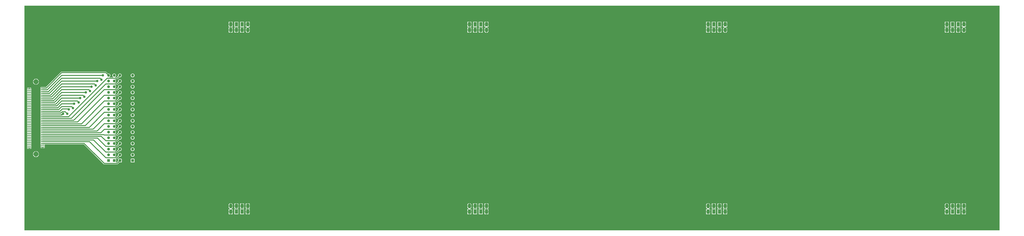
<source format=gtl>
G04 Layer_Physical_Order=1*
G04 Layer_Color=65280*
%FSLAX44Y44*%
%MOMM*%
G71*
G01*
G75*
%ADD10R,1.5000X0.4500*%
%ADD11C,0.4064*%
%ADD12C,2.2500*%
%ADD13O,1.4224X2.1590*%
%ADD14R,1.4224X1.9050*%
%ADD15R,1.2700X1.2700*%
%ADD16C,1.2700*%
%ADD17C,3.2400*%
%ADD18C,2.4000*%
%ADD19C,0.7000*%
%ADD20C,5.0800*%
%ADD21C,1.1000*%
G36*
X4363621Y-502821D02*
X5179D01*
Y502821D01*
X4363621D01*
Y-502821D01*
D02*
G37*
%LPC*%
G36*
X3135630Y-382105D02*
X3129788D01*
X3128996Y-382263D01*
X3128325Y-382711D01*
X3127876Y-383383D01*
X3127718Y-384175D01*
Y-392430D01*
X3135630D01*
Y-382105D01*
D02*
G37*
G36*
X3144012D02*
X3138170D01*
Y-392430D01*
X3146082D01*
Y-384175D01*
X3145924Y-383383D01*
X3145475Y-382711D01*
X3144804Y-382263D01*
X3144012Y-382105D01*
D02*
G37*
G36*
X4126230Y-380963D02*
X4125114Y-381110D01*
X4122889Y-382032D01*
X4120980Y-383497D01*
X4119514Y-385406D01*
X4118593Y-387631D01*
X4118279Y-390017D01*
Y-392430D01*
X4126230D01*
Y-380963D01*
D02*
G37*
G36*
X3118612Y-382105D02*
X3112770D01*
Y-392430D01*
X3120682D01*
Y-384175D01*
X3120524Y-383383D01*
X3120075Y-382711D01*
X3119404Y-382263D01*
X3118612Y-382105D01*
D02*
G37*
G36*
X3084830D02*
X3078988D01*
X3078196Y-382263D01*
X3077524Y-382711D01*
X3077076Y-383383D01*
X3076918Y-384175D01*
Y-392430D01*
X3084830D01*
Y-382105D01*
D02*
G37*
G36*
X3093212D02*
X3087370D01*
Y-392430D01*
X3095282D01*
Y-384175D01*
X3095124Y-383383D01*
X3094676Y-382711D01*
X3094004Y-382263D01*
X3093212Y-382105D01*
D02*
G37*
G36*
X3110230D02*
X3104388D01*
X3103596Y-382263D01*
X3102924Y-382711D01*
X3102476Y-383383D01*
X3102318Y-384175D01*
Y-392430D01*
X3110230D01*
Y-382105D01*
D02*
G37*
G36*
X4128770Y-380963D02*
Y-392430D01*
X4136721D01*
Y-390017D01*
X4136407Y-387631D01*
X4135486Y-385406D01*
X4134020Y-383497D01*
X4132111Y-382032D01*
X4129886Y-381110D01*
X4128770Y-380963D01*
D02*
G37*
G36*
X4202430Y-382105D02*
X4196588D01*
X4195796Y-382263D01*
X4195125Y-382711D01*
X4194676Y-383383D01*
X4194518Y-384175D01*
Y-392430D01*
X4202430D01*
Y-382105D01*
D02*
G37*
G36*
X4210812D02*
X4204970D01*
Y-392430D01*
X4212882D01*
Y-384175D01*
X4212724Y-383383D01*
X4212275Y-382711D01*
X4211604Y-382263D01*
X4210812Y-382105D01*
D02*
G37*
G36*
X495300Y-182078D02*
X482600D01*
X481807Y-182236D01*
X481135Y-182685D01*
X480686Y-183357D01*
X480528Y-184150D01*
Y-196850D01*
X480686Y-197643D01*
X481135Y-198315D01*
X481807Y-198764D01*
X482600Y-198922D01*
X495300D01*
X496093Y-198764D01*
X496765Y-198315D01*
X497214Y-197643D01*
X497372Y-196850D01*
Y-184150D01*
X497214Y-183357D01*
X496765Y-182685D01*
X496093Y-182236D01*
X495300Y-182078D01*
D02*
G37*
G36*
X4185412Y-382105D02*
X4179570D01*
Y-392430D01*
X4187482D01*
Y-384175D01*
X4187324Y-383383D01*
X4186876Y-382711D01*
X4186204Y-382263D01*
X4185412Y-382105D01*
D02*
G37*
G36*
X4151630D02*
X4145788D01*
X4144996Y-382263D01*
X4144325Y-382711D01*
X4143876Y-383383D01*
X4143718Y-384175D01*
Y-392430D01*
X4151630D01*
Y-382105D01*
D02*
G37*
G36*
X4160012D02*
X4154170D01*
Y-392430D01*
X4162082D01*
Y-384175D01*
X4161924Y-383383D01*
X4161476Y-382711D01*
X4160804Y-382263D01*
X4160012Y-382105D01*
D02*
G37*
G36*
X4177030D02*
X4171188D01*
X4170396Y-382263D01*
X4169724Y-382711D01*
X4169276Y-383383D01*
X4169118Y-384175D01*
Y-392430D01*
X4177030D01*
Y-382105D01*
D02*
G37*
G36*
X3061970Y-380963D02*
Y-392430D01*
X3069921D01*
Y-390017D01*
X3069607Y-387631D01*
X3068686Y-385406D01*
X3067220Y-383497D01*
X3065310Y-382032D01*
X3063087Y-381110D01*
X3061970Y-380963D01*
D02*
G37*
G36*
X1002030Y-382105D02*
X996188D01*
X995396Y-382263D01*
X994725Y-382711D01*
X994276Y-383383D01*
X994118Y-384175D01*
Y-392430D01*
X1002030D01*
Y-382105D01*
D02*
G37*
G36*
X1010412D02*
X1004570D01*
Y-392430D01*
X1012482D01*
Y-384175D01*
X1012324Y-383383D01*
X1011876Y-382711D01*
X1011204Y-382263D01*
X1010412Y-382105D01*
D02*
G37*
G36*
X1992630Y-380963D02*
X1991514Y-381110D01*
X1989290Y-382032D01*
X1987380Y-383497D01*
X1985914Y-385406D01*
X1984993Y-387631D01*
X1984679Y-390017D01*
Y-392430D01*
X1992630D01*
Y-380963D01*
D02*
G37*
G36*
X985012Y-382105D02*
X979170D01*
Y-392430D01*
X987082D01*
Y-384175D01*
X986924Y-383383D01*
X986476Y-382711D01*
X985804Y-382263D01*
X985012Y-382105D01*
D02*
G37*
G36*
X951230D02*
X945388D01*
X944596Y-382263D01*
X943924Y-382711D01*
X943476Y-383383D01*
X943318Y-384175D01*
Y-392430D01*
X951230D01*
Y-382105D01*
D02*
G37*
G36*
X959612D02*
X953770D01*
Y-392430D01*
X961682D01*
Y-384175D01*
X961524Y-383383D01*
X961076Y-382711D01*
X960404Y-382263D01*
X959612Y-382105D01*
D02*
G37*
G36*
X976630D02*
X970788D01*
X969996Y-382263D01*
X969324Y-382711D01*
X968876Y-383383D01*
X968718Y-384175D01*
Y-392430D01*
X976630D01*
Y-382105D01*
D02*
G37*
G36*
X1995170Y-380963D02*
Y-392430D01*
X2003121D01*
Y-390017D01*
X2002807Y-387631D01*
X2001886Y-385406D01*
X2000420Y-383497D01*
X1998510Y-382032D01*
X1996286Y-381110D01*
X1995170Y-380963D01*
D02*
G37*
G36*
X2068830Y-382105D02*
X2062988D01*
X2062196Y-382263D01*
X2061525Y-382711D01*
X2061076Y-383383D01*
X2060918Y-384175D01*
Y-392430D01*
X2068830D01*
Y-382105D01*
D02*
G37*
G36*
X2077212D02*
X2071370D01*
Y-392430D01*
X2079282D01*
Y-384175D01*
X2079124Y-383383D01*
X2078676Y-382711D01*
X2078004Y-382263D01*
X2077212Y-382105D01*
D02*
G37*
G36*
X3059430Y-380963D02*
X3058314Y-381110D01*
X3056089Y-382032D01*
X3054180Y-383497D01*
X3052715Y-385406D01*
X3051793Y-387631D01*
X3051479Y-390017D01*
Y-392430D01*
X3059430D01*
Y-380963D01*
D02*
G37*
G36*
X2051812Y-382105D02*
X2045970D01*
Y-392430D01*
X2053882D01*
Y-384175D01*
X2053724Y-383383D01*
X2053275Y-382711D01*
X2052604Y-382263D01*
X2051812Y-382105D01*
D02*
G37*
G36*
X2018030D02*
X2012188D01*
X2011396Y-382263D01*
X2010724Y-382711D01*
X2010276Y-383383D01*
X2010118Y-384175D01*
Y-392430D01*
X2018030D01*
Y-382105D01*
D02*
G37*
G36*
X2026412D02*
X2020570D01*
Y-392430D01*
X2028482D01*
Y-384175D01*
X2028324Y-383383D01*
X2027876Y-382711D01*
X2027204Y-382263D01*
X2026412Y-382105D01*
D02*
G37*
G36*
X2043430D02*
X2037588D01*
X2036796Y-382263D01*
X2036125Y-382711D01*
X2035676Y-383383D01*
X2035518Y-384175D01*
Y-392430D01*
X2043430D01*
Y-382105D01*
D02*
G37*
G36*
X36466Y-71016D02*
X26896D01*
X17326D01*
Y-71996D01*
X17484Y-72788D01*
X17492Y-72800D01*
X17830Y-73746D01*
X17492Y-74692D01*
X17484Y-74704D01*
X17326Y-75496D01*
Y-76476D01*
X26896D01*
X36466D01*
Y-75496D01*
X36308Y-74704D01*
X36300Y-74692D01*
X35962Y-73746D01*
X36300Y-72800D01*
X36308Y-72788D01*
X36466Y-71996D01*
Y-71016D01*
D02*
G37*
G36*
X488950Y-55046D02*
X486762Y-55334D01*
X484723Y-56178D01*
X482972Y-57522D01*
X481628Y-59273D01*
X480784Y-61312D01*
X480496Y-63500D01*
X480784Y-65688D01*
X481628Y-67727D01*
X482972Y-69478D01*
X484723Y-70822D01*
X486762Y-71666D01*
X488950Y-71954D01*
X491138Y-71666D01*
X493177Y-70822D01*
X494928Y-69478D01*
X496272Y-67727D01*
X497116Y-65688D01*
X497404Y-63500D01*
X497116Y-61312D01*
X496272Y-59273D01*
X494928Y-57522D01*
X493177Y-56178D01*
X491138Y-55334D01*
X488950Y-55046D01*
D02*
G37*
G36*
X36466Y-63016D02*
X26896D01*
X17326D01*
Y-63996D01*
X17484Y-64788D01*
X17492Y-64800D01*
X17830Y-65746D01*
X17492Y-66692D01*
X17484Y-66704D01*
X17326Y-67496D01*
Y-68476D01*
X26896D01*
X36466D01*
Y-67496D01*
X36308Y-66704D01*
X36300Y-66692D01*
X35962Y-65746D01*
X36300Y-64800D01*
X36308Y-64788D01*
X36466Y-63996D01*
Y-63016D01*
D02*
G37*
G36*
Y-79016D02*
X26896D01*
X17326D01*
Y-79996D01*
X17484Y-80788D01*
X17492Y-80800D01*
X17830Y-81746D01*
X17492Y-82692D01*
X17484Y-82704D01*
X17326Y-83496D01*
Y-84476D01*
X26896D01*
X36466D01*
Y-83496D01*
X36308Y-82704D01*
X36300Y-82692D01*
X35962Y-81746D01*
X36300Y-80800D01*
X36308Y-80788D01*
X36466Y-79996D01*
Y-79016D01*
D02*
G37*
G36*
Y-95016D02*
X26896D01*
X17326D01*
Y-95996D01*
X17484Y-96788D01*
X17492Y-96800D01*
X17830Y-97746D01*
X17492Y-98692D01*
X17484Y-98704D01*
X17326Y-99496D01*
Y-100476D01*
X26896D01*
X36466D01*
Y-99496D01*
X36308Y-98704D01*
X36300Y-98692D01*
X35962Y-97746D01*
X36300Y-96800D01*
X36308Y-96788D01*
X36466Y-95996D01*
Y-95016D01*
D02*
G37*
G36*
X488950Y-80446D02*
X486762Y-80734D01*
X484723Y-81578D01*
X482972Y-82922D01*
X481628Y-84673D01*
X480784Y-86712D01*
X480496Y-88900D01*
X480784Y-91088D01*
X481628Y-93127D01*
X482972Y-94878D01*
X484723Y-96222D01*
X486762Y-97066D01*
X488950Y-97354D01*
X491138Y-97066D01*
X493177Y-96222D01*
X494928Y-94878D01*
X496272Y-93127D01*
X497116Y-91088D01*
X497404Y-88900D01*
X497116Y-86712D01*
X496272Y-84673D01*
X494928Y-82922D01*
X493177Y-81578D01*
X491138Y-80734D01*
X488950Y-80446D01*
D02*
G37*
G36*
X36466Y-87016D02*
X26896D01*
X17326D01*
Y-87996D01*
X17484Y-88788D01*
X17492Y-88800D01*
X17830Y-89746D01*
X17492Y-90692D01*
X17484Y-90704D01*
X17326Y-91496D01*
Y-92476D01*
X26896D01*
X36466D01*
Y-91496D01*
X36308Y-90704D01*
X36300Y-90692D01*
X35962Y-89746D01*
X36300Y-88800D01*
X36308Y-88788D01*
X36466Y-87996D01*
Y-87016D01*
D02*
G37*
G36*
Y-55016D02*
X26896D01*
X17326D01*
Y-55996D01*
X17484Y-56788D01*
X17492Y-56800D01*
X17830Y-57746D01*
X17492Y-58692D01*
X17484Y-58704D01*
X17326Y-59496D01*
Y-60476D01*
X26896D01*
X36466D01*
Y-59496D01*
X36308Y-58704D01*
X36300Y-58692D01*
X35962Y-57746D01*
X36300Y-56800D01*
X36308Y-56788D01*
X36466Y-55996D01*
Y-55016D01*
D02*
G37*
G36*
Y-23016D02*
X26896D01*
X17326D01*
Y-23996D01*
X17484Y-24788D01*
X17492Y-24800D01*
X17830Y-25746D01*
X17492Y-26692D01*
X17484Y-26704D01*
X17326Y-27496D01*
Y-28476D01*
X26896D01*
X36466D01*
Y-27496D01*
X36308Y-26704D01*
X36300Y-26692D01*
X35962Y-25746D01*
X36300Y-24800D01*
X36308Y-24788D01*
X36466Y-23996D01*
Y-23016D01*
D02*
G37*
G36*
X488950Y-4246D02*
X486762Y-4534D01*
X484723Y-5378D01*
X482972Y-6722D01*
X481628Y-8473D01*
X480784Y-10512D01*
X480496Y-12700D01*
X480784Y-14888D01*
X481628Y-16927D01*
X482972Y-18678D01*
X484723Y-20022D01*
X486762Y-20866D01*
X488950Y-21154D01*
X491138Y-20866D01*
X493177Y-20022D01*
X494928Y-18678D01*
X496272Y-16927D01*
X497116Y-14888D01*
X497404Y-12700D01*
X497116Y-10512D01*
X496272Y-8473D01*
X494928Y-6722D01*
X493177Y-5378D01*
X491138Y-4534D01*
X488950Y-4246D01*
D02*
G37*
G36*
X36466Y-15016D02*
X26897D01*
X17326D01*
Y-15996D01*
X17484Y-16788D01*
X17492Y-16800D01*
X17830Y-17746D01*
X17492Y-18692D01*
X17484Y-18704D01*
X17326Y-19496D01*
Y-20476D01*
X26896D01*
X36466D01*
Y-19496D01*
X36308Y-18704D01*
X36300Y-18692D01*
X35962Y-17746D01*
X36300Y-16800D01*
X36308Y-16788D01*
X36466Y-15996D01*
Y-15016D01*
D02*
G37*
G36*
Y-31016D02*
X26896D01*
X17326D01*
Y-31996D01*
X17484Y-32788D01*
X17492Y-32800D01*
X17830Y-33746D01*
X17492Y-34692D01*
X17484Y-34704D01*
X17326Y-35496D01*
Y-36476D01*
X26896D01*
X36466D01*
Y-35496D01*
X36308Y-34704D01*
X36300Y-34692D01*
X35962Y-33746D01*
X36300Y-32800D01*
X36308Y-32788D01*
X36466Y-31996D01*
Y-31016D01*
D02*
G37*
G36*
Y-47016D02*
X26896D01*
X17326D01*
Y-47996D01*
X17484Y-48788D01*
X17492Y-48800D01*
X17830Y-49746D01*
X17492Y-50692D01*
X17484Y-50704D01*
X17326Y-51496D01*
Y-52476D01*
X26896D01*
X36466D01*
Y-51496D01*
X36308Y-50704D01*
X36300Y-50692D01*
X35962Y-49746D01*
X36300Y-48800D01*
X36308Y-48788D01*
X36466Y-47996D01*
Y-47016D01*
D02*
G37*
G36*
X488950Y-29646D02*
X486762Y-29934D01*
X484723Y-30778D01*
X482972Y-32122D01*
X481628Y-33873D01*
X480784Y-35912D01*
X480496Y-38100D01*
X480784Y-40288D01*
X481628Y-42327D01*
X482972Y-44078D01*
X484723Y-45422D01*
X486762Y-46266D01*
X488950Y-46554D01*
X491138Y-46266D01*
X493177Y-45422D01*
X494928Y-44078D01*
X496272Y-42327D01*
X497116Y-40288D01*
X497404Y-38100D01*
X497116Y-35912D01*
X496272Y-33873D01*
X494928Y-32122D01*
X493177Y-30778D01*
X491138Y-29934D01*
X488950Y-29646D01*
D02*
G37*
G36*
X36466Y-39016D02*
X26896D01*
X17326D01*
Y-39996D01*
X17484Y-40788D01*
X17492Y-40800D01*
X17830Y-41746D01*
X17492Y-42692D01*
X17484Y-42704D01*
X17326Y-43496D01*
Y-44476D01*
X26896D01*
X36466D01*
Y-43496D01*
X36308Y-42704D01*
X36300Y-42692D01*
X35962Y-41746D01*
X36300Y-40800D01*
X36308Y-40788D01*
X36466Y-39996D01*
Y-39016D01*
D02*
G37*
G36*
Y-103015D02*
X26896D01*
X17326D01*
Y-103996D01*
X17484Y-104788D01*
X17492Y-104800D01*
X17830Y-105746D01*
X17492Y-106692D01*
X17484Y-106704D01*
X17326Y-107496D01*
Y-108476D01*
X26896D01*
X36466D01*
Y-107496D01*
X36308Y-106704D01*
X36300Y-106692D01*
X35962Y-105746D01*
X36300Y-104800D01*
X36308Y-104788D01*
X36466Y-103996D01*
Y-103015D01*
D02*
G37*
G36*
X58166Y-148519D02*
Y-160476D01*
X70123D01*
X69834Y-158279D01*
X68496Y-155049D01*
X66367Y-152275D01*
X63593Y-150146D01*
X60363Y-148808D01*
X58166Y-148519D01*
D02*
G37*
G36*
X488950Y-131246D02*
X486762Y-131534D01*
X484723Y-132378D01*
X482972Y-133722D01*
X481628Y-135473D01*
X480784Y-137512D01*
X480496Y-139700D01*
X480784Y-141888D01*
X481628Y-143927D01*
X482972Y-145678D01*
X484723Y-147022D01*
X486762Y-147866D01*
X488950Y-148154D01*
X491138Y-147866D01*
X493177Y-147022D01*
X494928Y-145678D01*
X496272Y-143927D01*
X497116Y-141888D01*
X497404Y-139700D01*
X497116Y-137512D01*
X496272Y-135473D01*
X494928Y-133722D01*
X493177Y-132378D01*
X491138Y-131534D01*
X488950Y-131246D01*
D02*
G37*
G36*
X25626Y-135015D02*
X17326D01*
Y-135996D01*
X17484Y-136788D01*
X17932Y-137459D01*
X18604Y-137908D01*
X19396Y-138066D01*
X25626D01*
Y-135015D01*
D02*
G37*
G36*
X55626Y-148519D02*
X53429Y-148808D01*
X50199Y-150146D01*
X47425Y-152275D01*
X45296Y-155049D01*
X43958Y-158279D01*
X43669Y-160476D01*
X55626D01*
Y-148519D01*
D02*
G37*
G36*
X70123Y-163016D02*
X58166D01*
Y-174973D01*
X60363Y-174684D01*
X63593Y-173346D01*
X66367Y-171217D01*
X68496Y-168443D01*
X69834Y-165213D01*
X70123Y-163016D01*
D02*
G37*
G36*
X55626D02*
X43669D01*
X43958Y-165213D01*
X45296Y-168443D01*
X47425Y-171217D01*
X50199Y-173346D01*
X53429Y-174684D01*
X55626Y-174973D01*
Y-163016D01*
D02*
G37*
G36*
X488950Y-156646D02*
X486762Y-156934D01*
X484723Y-157778D01*
X482972Y-159122D01*
X481628Y-160873D01*
X480784Y-162912D01*
X480496Y-165100D01*
X480784Y-167288D01*
X481628Y-169327D01*
X482972Y-171078D01*
X484723Y-172422D01*
X486762Y-173266D01*
X488950Y-173554D01*
X491138Y-173266D01*
X493177Y-172422D01*
X494928Y-171078D01*
X496272Y-169327D01*
X497116Y-167288D01*
X497404Y-165100D01*
X497116Y-162912D01*
X496272Y-160873D01*
X494928Y-159122D01*
X493177Y-157778D01*
X491138Y-156934D01*
X488950Y-156646D01*
D02*
G37*
G36*
X36466Y-135015D02*
X28166D01*
Y-138066D01*
X34396D01*
X35188Y-137908D01*
X35859Y-137459D01*
X36308Y-136788D01*
X36466Y-135996D01*
Y-135015D01*
D02*
G37*
G36*
Y-119016D02*
X26896D01*
X17326D01*
Y-119996D01*
X17484Y-120788D01*
X17492Y-120800D01*
X17830Y-121746D01*
X17492Y-122692D01*
X17484Y-122704D01*
X17326Y-123496D01*
Y-124475D01*
X26896D01*
X36466D01*
Y-123496D01*
X36308Y-122704D01*
X36300Y-122692D01*
X35962Y-121746D01*
X36300Y-120800D01*
X36308Y-120788D01*
X36466Y-119996D01*
Y-119016D01*
D02*
G37*
G36*
X488950Y-105846D02*
X486762Y-106134D01*
X484723Y-106978D01*
X482972Y-108322D01*
X481628Y-110073D01*
X480784Y-112112D01*
X480496Y-114300D01*
X480784Y-116488D01*
X481628Y-118527D01*
X482972Y-120278D01*
X484723Y-121622D01*
X486762Y-122466D01*
X488950Y-122754D01*
X491138Y-122466D01*
X493177Y-121622D01*
X494928Y-120278D01*
X496272Y-118527D01*
X497116Y-116488D01*
X497404Y-114300D01*
X497116Y-112112D01*
X496272Y-110073D01*
X494928Y-108322D01*
X493177Y-106978D01*
X491138Y-106134D01*
X488950Y-105846D01*
D02*
G37*
G36*
X36466Y-111016D02*
X26896D01*
X17326D01*
Y-111996D01*
X17484Y-112788D01*
X17492Y-112800D01*
X17830Y-113746D01*
X17492Y-114692D01*
X17484Y-114704D01*
X17326Y-115496D01*
Y-116475D01*
X26896D01*
X36466D01*
Y-115496D01*
X36308Y-114704D01*
X36300Y-114692D01*
X35962Y-113746D01*
X36300Y-112800D01*
X36308Y-112788D01*
X36466Y-111996D01*
Y-111016D01*
D02*
G37*
G36*
X96466Y-123016D02*
X86896D01*
X77326D01*
Y-123996D01*
X77484Y-124788D01*
X77491Y-124800D01*
X77830Y-125746D01*
X77491Y-126692D01*
X77484Y-126704D01*
X77326Y-127496D01*
Y-128476D01*
X86896D01*
X96466D01*
Y-127496D01*
X96308Y-126704D01*
X96300Y-126692D01*
X95962Y-125746D01*
X96300Y-124800D01*
X96308Y-124788D01*
X96466Y-123996D01*
Y-123016D01*
D02*
G37*
G36*
X85626Y-131016D02*
X77326D01*
Y-131996D01*
X77484Y-132788D01*
X77933Y-133460D01*
X78604Y-133908D01*
X79396Y-134066D01*
X85626D01*
Y-131016D01*
D02*
G37*
G36*
X96466D02*
X88166D01*
Y-134066D01*
X94396D01*
X95188Y-133908D01*
X95859Y-133460D01*
X96308Y-132788D01*
X96466Y-131996D01*
Y-131016D01*
D02*
G37*
G36*
X36466Y-127015D02*
X26896D01*
X17326D01*
Y-127996D01*
X17484Y-128788D01*
X17492Y-128800D01*
X17830Y-129746D01*
X17492Y-130692D01*
X17484Y-130704D01*
X17326Y-131496D01*
Y-132476D01*
X26896D01*
X36466D01*
Y-131496D01*
X36308Y-130704D01*
X36300Y-130692D01*
X35962Y-129746D01*
X36300Y-128800D01*
X36308Y-128788D01*
X36466Y-127996D01*
Y-127015D01*
D02*
G37*
G36*
X4126230Y-420370D02*
X4118318D01*
Y-428625D01*
X4118476Y-429417D01*
X4118925Y-430089D01*
X4119596Y-430537D01*
X4120388Y-430695D01*
X4126230D01*
Y-420370D01*
D02*
G37*
G36*
X4136682D02*
X4128770D01*
Y-430695D01*
X4134612D01*
X4135404Y-430537D01*
X4136075Y-430089D01*
X4136524Y-429417D01*
X4136682Y-428625D01*
Y-420370D01*
D02*
G37*
G36*
X4202430D02*
X4194518D01*
Y-428625D01*
X4194676Y-429417D01*
X4195125Y-430089D01*
X4195796Y-430537D01*
X4196588Y-430695D01*
X4202430D01*
Y-420370D01*
D02*
G37*
G36*
X3146082D02*
X3138170D01*
Y-430695D01*
X3144012D01*
X3144804Y-430537D01*
X3145475Y-430089D01*
X3145924Y-429417D01*
X3146082Y-428625D01*
Y-420370D01*
D02*
G37*
G36*
X3059430D02*
X3051518D01*
Y-428625D01*
X3051676Y-429417D01*
X3052125Y-430089D01*
X3052796Y-430537D01*
X3053588Y-430695D01*
X3059430D01*
Y-420370D01*
D02*
G37*
G36*
X3069882D02*
X3061970D01*
Y-430695D01*
X3067812D01*
X3068604Y-430537D01*
X3069276Y-430089D01*
X3069724Y-429417D01*
X3069882Y-428625D01*
Y-420370D01*
D02*
G37*
G36*
X3135630D02*
X3127718D01*
Y-428625D01*
X3127876Y-429417D01*
X3128325Y-430089D01*
X3128996Y-430537D01*
X3129788Y-430695D01*
X3135630D01*
Y-420370D01*
D02*
G37*
G36*
X4212882D02*
X4204970D01*
Y-430695D01*
X4210812D01*
X4211604Y-430537D01*
X4212275Y-430089D01*
X4212724Y-429417D01*
X4212882Y-428625D01*
Y-420370D01*
D02*
G37*
G36*
X2068830Y-407505D02*
X2062988D01*
X2062196Y-407663D01*
X2061525Y-408111D01*
X2061076Y-408783D01*
X2060918Y-409575D01*
Y-417830D01*
X2068830D01*
Y-407505D01*
D02*
G37*
G36*
X2077212D02*
X2071370D01*
Y-417830D01*
X2079282D01*
Y-409575D01*
X2079124Y-408783D01*
X2078676Y-408111D01*
X2078004Y-407663D01*
X2077212Y-407505D01*
D02*
G37*
G36*
X3069921Y-394970D02*
X3051479D01*
Y-397383D01*
X3051793Y-399770D01*
X3052715Y-401993D01*
X3054180Y-403903D01*
X3056089Y-405368D01*
X3058313Y-406290D01*
X3058072Y-407505D01*
X3053588D01*
X3052796Y-407663D01*
X3052125Y-408111D01*
X3051676Y-408783D01*
X3051518Y-409575D01*
Y-417830D01*
X3069882D01*
Y-409575D01*
X3069724Y-408783D01*
X3069276Y-408111D01*
X3068604Y-407663D01*
X3067812Y-407505D01*
X3063328D01*
X3063087Y-406290D01*
X3065310Y-405368D01*
X3067220Y-403903D01*
X3068686Y-401993D01*
X3069607Y-399770D01*
X3069921Y-397383D01*
Y-394970D01*
D02*
G37*
G36*
X2003121D02*
X1984679D01*
Y-397383D01*
X1984993Y-399770D01*
X1985914Y-401993D01*
X1987380Y-403903D01*
X1989290Y-405368D01*
X1991513Y-406290D01*
X1991272Y-407505D01*
X1986788D01*
X1985996Y-407663D01*
X1985325Y-408111D01*
X1984876Y-408783D01*
X1984718Y-409575D01*
Y-417830D01*
X2003082D01*
Y-409575D01*
X2002924Y-408783D01*
X2002475Y-408111D01*
X2001804Y-407663D01*
X2001012Y-407505D01*
X1996528D01*
X1996287Y-406290D01*
X1998510Y-405368D01*
X2000420Y-403903D01*
X2001886Y-401993D01*
X2002807Y-399770D01*
X2003121Y-397383D01*
Y-394970D01*
D02*
G37*
G36*
X936321D02*
X917879D01*
Y-397383D01*
X918193Y-399770D01*
X919115Y-401993D01*
X920580Y-403903D01*
X922489Y-405368D01*
X924713Y-406290D01*
X924472Y-407505D01*
X919988D01*
X919196Y-407663D01*
X918524Y-408111D01*
X918076Y-408783D01*
X917918Y-409575D01*
Y-417830D01*
X936282D01*
Y-409575D01*
X936124Y-408783D01*
X935676Y-408111D01*
X935004Y-407663D01*
X934212Y-407505D01*
X929728D01*
X929487Y-406290D01*
X931711Y-405368D01*
X933620Y-403903D01*
X935086Y-401993D01*
X936007Y-399770D01*
X936321Y-397383D01*
Y-394970D01*
D02*
G37*
G36*
X1002030Y-407505D02*
X996188D01*
X995396Y-407663D01*
X994725Y-408111D01*
X994276Y-408783D01*
X994118Y-409575D01*
Y-417830D01*
X1002030D01*
Y-407505D01*
D02*
G37*
G36*
X1010412D02*
X1004570D01*
Y-417830D01*
X1012482D01*
Y-409575D01*
X1012324Y-408783D01*
X1011876Y-408111D01*
X1011204Y-407663D01*
X1010412Y-407505D01*
D02*
G37*
G36*
X2079282Y-420370D02*
X2071370D01*
Y-430695D01*
X2077212D01*
X2078004Y-430537D01*
X2078676Y-430089D01*
X2079124Y-429417D01*
X2079282Y-428625D01*
Y-420370D01*
D02*
G37*
G36*
X3093212Y-407503D02*
X3078988D01*
X3078195Y-407661D01*
X3077523Y-408110D01*
X3077074Y-408782D01*
X3076916Y-409575D01*
Y-428625D01*
X3077074Y-429418D01*
X3077523Y-430090D01*
X3078195Y-430539D01*
X3078988Y-430697D01*
X3093212D01*
X3094005Y-430539D01*
X3094677Y-430090D01*
X3095126Y-429418D01*
X3095284Y-428625D01*
Y-409575D01*
X3095126Y-408782D01*
X3094677Y-408110D01*
X3094005Y-407661D01*
X3093212Y-407503D01*
D02*
G37*
G36*
X3118612D02*
X3104388D01*
X3103595Y-407661D01*
X3102923Y-408110D01*
X3102474Y-408782D01*
X3102316Y-409575D01*
Y-428625D01*
X3102474Y-429418D01*
X3102923Y-430090D01*
X3103595Y-430539D01*
X3104388Y-430697D01*
X3118612D01*
X3119405Y-430539D01*
X3120077Y-430090D01*
X3120526Y-429418D01*
X3120684Y-428625D01*
Y-409575D01*
X3120526Y-408782D01*
X3120077Y-408110D01*
X3119405Y-407661D01*
X3118612Y-407503D01*
D02*
G37*
G36*
X4160012D02*
X4145788D01*
X4144995Y-407661D01*
X4144323Y-408110D01*
X4143874Y-408782D01*
X4143716Y-409575D01*
Y-428625D01*
X4143874Y-429418D01*
X4144323Y-430090D01*
X4144995Y-430539D01*
X4145788Y-430697D01*
X4160012D01*
X4160805Y-430539D01*
X4161477Y-430090D01*
X4161926Y-429418D01*
X4162084Y-428625D01*
Y-409575D01*
X4161926Y-408782D01*
X4161477Y-408110D01*
X4160805Y-407661D01*
X4160012Y-407503D01*
D02*
G37*
G36*
X2051812D02*
X2037588D01*
X2036795Y-407661D01*
X2036123Y-408110D01*
X2035674Y-408782D01*
X2035516Y-409575D01*
Y-428625D01*
X2035674Y-429418D01*
X2036123Y-430090D01*
X2036795Y-430539D01*
X2037588Y-430697D01*
X2051812D01*
X2052605Y-430539D01*
X2053277Y-430090D01*
X2053726Y-429418D01*
X2053884Y-428625D01*
Y-409575D01*
X2053726Y-408782D01*
X2053277Y-408110D01*
X2052605Y-407661D01*
X2051812Y-407503D01*
D02*
G37*
G36*
X959612D02*
X945388D01*
X944595Y-407661D01*
X943923Y-408110D01*
X943474Y-408782D01*
X943316Y-409575D01*
Y-428625D01*
X943474Y-429418D01*
X943923Y-430090D01*
X944595Y-430539D01*
X945388Y-430697D01*
X959612D01*
X960405Y-430539D01*
X961077Y-430090D01*
X961526Y-429418D01*
X961684Y-428625D01*
Y-409575D01*
X961526Y-408782D01*
X961077Y-408110D01*
X960405Y-407661D01*
X959612Y-407503D01*
D02*
G37*
G36*
X985012D02*
X970788D01*
X969995Y-407661D01*
X969323Y-408110D01*
X968874Y-408782D01*
X968716Y-409575D01*
Y-428625D01*
X968874Y-429418D01*
X969323Y-430090D01*
X969995Y-430539D01*
X970788Y-430697D01*
X985012D01*
X985805Y-430539D01*
X986477Y-430090D01*
X986926Y-429418D01*
X987084Y-428625D01*
Y-409575D01*
X986926Y-408782D01*
X986477Y-408110D01*
X985805Y-407661D01*
X985012Y-407503D01*
D02*
G37*
G36*
X2026412D02*
X2012188D01*
X2011395Y-407661D01*
X2010723Y-408110D01*
X2010274Y-408782D01*
X2010116Y-409575D01*
Y-428625D01*
X2010274Y-429418D01*
X2010723Y-430090D01*
X2011395Y-430539D01*
X2012188Y-430697D01*
X2026412D01*
X2027205Y-430539D01*
X2027877Y-430090D01*
X2028326Y-429418D01*
X2028484Y-428625D01*
Y-409575D01*
X2028326Y-408782D01*
X2027877Y-408110D01*
X2027205Y-407661D01*
X2026412Y-407503D01*
D02*
G37*
G36*
X4185412D02*
X4171188D01*
X4170395Y-407661D01*
X4169723Y-408110D01*
X4169274Y-408782D01*
X4169116Y-409575D01*
Y-428625D01*
X4169274Y-429418D01*
X4169723Y-430090D01*
X4170395Y-430539D01*
X4171188Y-430697D01*
X4185412D01*
X4186205Y-430539D01*
X4186877Y-430090D01*
X4187326Y-429418D01*
X4187484Y-428625D01*
Y-409575D01*
X4187326Y-408782D01*
X4186877Y-408110D01*
X4186205Y-407661D01*
X4185412Y-407503D01*
D02*
G37*
G36*
X1992630Y-420370D02*
X1984718D01*
Y-428625D01*
X1984876Y-429417D01*
X1985325Y-430089D01*
X1985996Y-430537D01*
X1986788Y-430695D01*
X1992630D01*
Y-420370D01*
D02*
G37*
G36*
X2003082D02*
X1995170D01*
Y-430695D01*
X2001012D01*
X2001804Y-430537D01*
X2002475Y-430089D01*
X2002924Y-429417D01*
X2003082Y-428625D01*
Y-420370D01*
D02*
G37*
G36*
X2068830D02*
X2060918D01*
Y-428625D01*
X2061076Y-429417D01*
X2061525Y-430089D01*
X2062196Y-430537D01*
X2062988Y-430695D01*
X2068830D01*
Y-420370D01*
D02*
G37*
G36*
X1012482D02*
X1004570D01*
Y-430695D01*
X1010412D01*
X1011204Y-430537D01*
X1011876Y-430089D01*
X1012324Y-429417D01*
X1012482Y-428625D01*
Y-420370D01*
D02*
G37*
G36*
X925830D02*
X917918D01*
Y-428625D01*
X918076Y-429417D01*
X918524Y-430089D01*
X919196Y-430537D01*
X919988Y-430695D01*
X925830D01*
Y-420370D01*
D02*
G37*
G36*
X936282D02*
X928370D01*
Y-430695D01*
X934212D01*
X935004Y-430537D01*
X935676Y-430089D01*
X936124Y-429417D01*
X936282Y-428625D01*
Y-420370D01*
D02*
G37*
G36*
X1002030D02*
X994118D01*
Y-428625D01*
X994276Y-429417D01*
X994725Y-430089D01*
X995396Y-430537D01*
X996188Y-430695D01*
X1002030D01*
Y-420370D01*
D02*
G37*
G36*
X3120682Y-394970D02*
X3112770D01*
Y-405295D01*
X3118612D01*
X3119404Y-405137D01*
X3120075Y-404688D01*
X3120524Y-404017D01*
X3120682Y-403225D01*
Y-394970D01*
D02*
G37*
G36*
X3135630D02*
X3127718D01*
Y-403225D01*
X3127876Y-404017D01*
X3128325Y-404688D01*
X3128996Y-405137D01*
X3129788Y-405295D01*
X3135630D01*
Y-394970D01*
D02*
G37*
G36*
X3146082D02*
X3138170D01*
Y-405295D01*
X3144012D01*
X3144804Y-405137D01*
X3145475Y-404688D01*
X3145924Y-404017D01*
X3146082Y-403225D01*
Y-394970D01*
D02*
G37*
G36*
X3110230D02*
X3102318D01*
Y-403225D01*
X3102476Y-404017D01*
X3102924Y-404688D01*
X3103596Y-405137D01*
X3104388Y-405295D01*
X3110230D01*
Y-394970D01*
D02*
G37*
G36*
X2079282D02*
X2071370D01*
Y-405295D01*
X2077212D01*
X2078004Y-405137D01*
X2078676Y-404688D01*
X2079124Y-404017D01*
X2079282Y-403225D01*
Y-394970D01*
D02*
G37*
G36*
X3084830D02*
X3076918D01*
Y-403225D01*
X3077076Y-404017D01*
X3077524Y-404688D01*
X3078196Y-405137D01*
X3078988Y-405295D01*
X3084830D01*
Y-394970D01*
D02*
G37*
G36*
X3095282D02*
X3087370D01*
Y-405295D01*
X3093212D01*
X3094004Y-405137D01*
X3094676Y-404688D01*
X3095124Y-404017D01*
X3095282Y-403225D01*
Y-394970D01*
D02*
G37*
G36*
X4151630D02*
X4143718D01*
Y-403225D01*
X4143876Y-404017D01*
X4144325Y-404688D01*
X4144996Y-405137D01*
X4145788Y-405295D01*
X4151630D01*
Y-394970D01*
D02*
G37*
G36*
X4212882D02*
X4204970D01*
Y-405295D01*
X4210812D01*
X4211604Y-405137D01*
X4212275Y-404688D01*
X4212724Y-404017D01*
X4212882Y-403225D01*
Y-394970D01*
D02*
G37*
G36*
X925830Y-380963D02*
X924714Y-381110D01*
X922489Y-382032D01*
X920580Y-383497D01*
X919115Y-385406D01*
X918193Y-387631D01*
X917879Y-390017D01*
Y-392430D01*
X925830D01*
Y-380963D01*
D02*
G37*
G36*
X928370D02*
Y-392430D01*
X936321D01*
Y-390017D01*
X936007Y-387631D01*
X935086Y-385406D01*
X933620Y-383497D01*
X931711Y-382032D01*
X929486Y-381110D01*
X928370Y-380963D01*
D02*
G37*
G36*
X4202430Y-394970D02*
X4194518D01*
Y-403225D01*
X4194676Y-404017D01*
X4195125Y-404688D01*
X4195796Y-405137D01*
X4196588Y-405295D01*
X4202430D01*
Y-394970D01*
D02*
G37*
G36*
X4162082D02*
X4154170D01*
Y-405295D01*
X4160012D01*
X4160804Y-405137D01*
X4161476Y-404688D01*
X4161924Y-404017D01*
X4162082Y-403225D01*
Y-394970D01*
D02*
G37*
G36*
X4177030D02*
X4169118D01*
Y-403225D01*
X4169276Y-404017D01*
X4169724Y-404688D01*
X4170396Y-405137D01*
X4171188Y-405295D01*
X4177030D01*
Y-394970D01*
D02*
G37*
G36*
X4187482D02*
X4179570D01*
Y-405295D01*
X4185412D01*
X4186204Y-405137D01*
X4186876Y-404688D01*
X4187324Y-404017D01*
X4187482Y-403225D01*
Y-394970D01*
D02*
G37*
G36*
X2068830D02*
X2060918D01*
Y-403225D01*
X2061076Y-404017D01*
X2061525Y-404688D01*
X2062196Y-405137D01*
X2062988Y-405295D01*
X2068830D01*
Y-394970D01*
D02*
G37*
G36*
X4210812Y-407505D02*
X4204970D01*
Y-417830D01*
X4212882D01*
Y-409575D01*
X4212724Y-408783D01*
X4212275Y-408111D01*
X4211604Y-407663D01*
X4210812Y-407505D01*
D02*
G37*
G36*
X951230Y-394970D02*
X943318D01*
Y-403225D01*
X943476Y-404017D01*
X943924Y-404688D01*
X944596Y-405137D01*
X945388Y-405295D01*
X951230D01*
Y-394970D01*
D02*
G37*
G36*
X961682D02*
X953770D01*
Y-405295D01*
X959612D01*
X960404Y-405137D01*
X961076Y-404688D01*
X961524Y-404017D01*
X961682Y-403225D01*
Y-394970D01*
D02*
G37*
G36*
X4202430Y-407505D02*
X4196588D01*
X4195796Y-407663D01*
X4195125Y-408111D01*
X4194676Y-408783D01*
X4194518Y-409575D01*
Y-417830D01*
X4202430D01*
Y-407505D01*
D02*
G37*
G36*
X3135630D02*
X3129788D01*
X3128996Y-407663D01*
X3128325Y-408111D01*
X3127876Y-408783D01*
X3127718Y-409575D01*
Y-417830D01*
X3135630D01*
Y-407505D01*
D02*
G37*
G36*
X3144012D02*
X3138170D01*
Y-417830D01*
X3146082D01*
Y-409575D01*
X3145924Y-408783D01*
X3145475Y-408111D01*
X3144804Y-407663D01*
X3144012Y-407505D01*
D02*
G37*
G36*
X4136721Y-394970D02*
X4118279D01*
Y-397383D01*
X4118593Y-399770D01*
X4119514Y-401993D01*
X4120980Y-403903D01*
X4122889Y-405368D01*
X4125114Y-406290D01*
X4124872Y-407505D01*
X4120388D01*
X4119596Y-407663D01*
X4118925Y-408111D01*
X4118476Y-408783D01*
X4118318Y-409575D01*
Y-417830D01*
X4136682D01*
Y-409575D01*
X4136524Y-408783D01*
X4136075Y-408111D01*
X4135404Y-407663D01*
X4134612Y-407505D01*
X4130128D01*
X4129886Y-406290D01*
X4132111Y-405368D01*
X4134020Y-403903D01*
X4135486Y-401993D01*
X4136407Y-399770D01*
X4136721Y-397383D01*
Y-394970D01*
D02*
G37*
G36*
X976630D02*
X968718D01*
Y-403225D01*
X968876Y-404017D01*
X969324Y-404688D01*
X969996Y-405137D01*
X970788Y-405295D01*
X976630D01*
Y-394970D01*
D02*
G37*
G36*
X2028482D02*
X2020570D01*
Y-405295D01*
X2026412D01*
X2027204Y-405137D01*
X2027876Y-404688D01*
X2028324Y-404017D01*
X2028482Y-403225D01*
Y-394970D01*
D02*
G37*
G36*
X2043430D02*
X2035518D01*
Y-403225D01*
X2035676Y-404017D01*
X2036125Y-404688D01*
X2036796Y-405137D01*
X2037588Y-405295D01*
X2043430D01*
Y-394970D01*
D02*
G37*
G36*
X2053882D02*
X2045970D01*
Y-405295D01*
X2051812D01*
X2052604Y-405137D01*
X2053275Y-404688D01*
X2053724Y-404017D01*
X2053882Y-403225D01*
Y-394970D01*
D02*
G37*
G36*
X2018030D02*
X2010118D01*
Y-403225D01*
X2010276Y-404017D01*
X2010724Y-404688D01*
X2011396Y-405137D01*
X2012188Y-405295D01*
X2018030D01*
Y-394970D01*
D02*
G37*
G36*
X987082D02*
X979170D01*
Y-405295D01*
X985012D01*
X985804Y-405137D01*
X986476Y-404688D01*
X986924Y-404017D01*
X987082Y-403225D01*
Y-394970D01*
D02*
G37*
G36*
X1002030D02*
X994118D01*
Y-403225D01*
X994276Y-404017D01*
X994725Y-404688D01*
X995396Y-405137D01*
X996188Y-405295D01*
X1002030D01*
Y-394970D01*
D02*
G37*
G36*
X1012482D02*
X1004570D01*
Y-405295D01*
X1010412D01*
X1011204Y-405137D01*
X1011876Y-404688D01*
X1012324Y-404017D01*
X1012482Y-403225D01*
Y-394970D01*
D02*
G37*
G36*
X4185412Y405295D02*
X4179570D01*
Y394970D01*
X4187482D01*
Y403225D01*
X4187324Y404017D01*
X4186876Y404688D01*
X4186204Y405137D01*
X4185412Y405295D01*
D02*
G37*
G36*
X959612D02*
X953770D01*
Y394970D01*
X961682D01*
Y403225D01*
X961524Y404017D01*
X961076Y404688D01*
X960404Y405137D01*
X959612Y405295D01*
D02*
G37*
G36*
X985012D02*
X979170D01*
Y394970D01*
X987082D01*
Y403225D01*
X986924Y404017D01*
X986476Y404688D01*
X985804Y405137D01*
X985012Y405295D01*
D02*
G37*
G36*
X3118612D02*
X3112770D01*
Y394970D01*
X3120682D01*
Y403225D01*
X3120524Y404017D01*
X3120075Y404688D01*
X3119404Y405137D01*
X3118612Y405295D01*
D02*
G37*
G36*
X925830D02*
X919988D01*
X919196Y405137D01*
X918524Y404688D01*
X918076Y404017D01*
X917918Y403225D01*
Y394970D01*
X925830D01*
Y405295D01*
D02*
G37*
G36*
X4151630D02*
X4145788D01*
X4144996Y405137D01*
X4144325Y404688D01*
X4143876Y404017D01*
X4143718Y403225D01*
Y394970D01*
X4151630D01*
Y405295D01*
D02*
G37*
G36*
X2051812D02*
X2045970D01*
Y394970D01*
X2053882D01*
Y403225D01*
X2053724Y404017D01*
X2053275Y404688D01*
X2052604Y405137D01*
X2051812Y405295D01*
D02*
G37*
G36*
X2001012D02*
X1995170D01*
Y394970D01*
X2003082D01*
Y403225D01*
X2002924Y404017D01*
X2002475Y404688D01*
X2001804Y405137D01*
X2001012Y405295D01*
D02*
G37*
G36*
X934212D02*
X928370D01*
Y394970D01*
X936282D01*
Y403225D01*
X936124Y404017D01*
X935676Y404688D01*
X935004Y405137D01*
X934212Y405295D01*
D02*
G37*
G36*
X4160012D02*
X4154170D01*
Y394970D01*
X4162082D01*
Y403225D01*
X4161924Y404017D01*
X4161476Y404688D01*
X4160804Y405137D01*
X4160012Y405295D01*
D02*
G37*
G36*
X959612Y430697D02*
X945388D01*
X944595Y430539D01*
X943923Y430090D01*
X943474Y429418D01*
X943316Y428625D01*
Y409575D01*
X943474Y408782D01*
X943923Y408110D01*
X944595Y407661D01*
X945388Y407503D01*
X959612D01*
X960405Y407661D01*
X961077Y408110D01*
X961526Y408782D01*
X961684Y409575D01*
Y428625D01*
X961526Y429418D01*
X961077Y430090D01*
X960405Y430539D01*
X959612Y430697D01*
D02*
G37*
G36*
X4134612Y405295D02*
X4128770D01*
Y394970D01*
X4136682D01*
Y403225D01*
X4136524Y404017D01*
X4136075Y404688D01*
X4135404Y405137D01*
X4134612Y405295D01*
D02*
G37*
G36*
X2026412D02*
X2020570D01*
Y394970D01*
X2028482D01*
Y403225D01*
X2028324Y404017D01*
X2027876Y404688D01*
X2027204Y405137D01*
X2026412Y405295D01*
D02*
G37*
G36*
X3067812D02*
X3061970D01*
Y394970D01*
X3069882D01*
Y403225D01*
X3069724Y404017D01*
X3069276Y404688D01*
X3068604Y405137D01*
X3067812Y405295D01*
D02*
G37*
G36*
X3093212D02*
X3087370D01*
Y394970D01*
X3095282D01*
Y403225D01*
X3095124Y404017D01*
X3094676Y404688D01*
X3094004Y405137D01*
X3093212Y405295D01*
D02*
G37*
G36*
X4126230D02*
X4120388D01*
X4119596Y405137D01*
X4118925Y404688D01*
X4118476Y404017D01*
X4118318Y403225D01*
Y394970D01*
X4126230D01*
Y405295D01*
D02*
G37*
G36*
X2079282Y417830D02*
X2070100D01*
X2060918D01*
Y409575D01*
X2061076Y408783D01*
X2061525Y408111D01*
X2062196Y407663D01*
X2062988Y407505D01*
X2067472D01*
X2067713Y406290D01*
X2065490Y405368D01*
X2063580Y403903D01*
X2062115Y401993D01*
X2061193Y399770D01*
X2060879Y397383D01*
Y394970D01*
X2070100D01*
X2079321D01*
Y397383D01*
X2079007Y399770D01*
X2078085Y401993D01*
X2076620Y403903D01*
X2074711Y405368D01*
X2072487Y406290D01*
X2072728Y407505D01*
X2077212D01*
X2078004Y407663D01*
X2078676Y408111D01*
X2079124Y408783D01*
X2079282Y409575D01*
Y417830D01*
D02*
G37*
G36*
X3146082D02*
X3136900D01*
X3127718D01*
Y409575D01*
X3127876Y408783D01*
X3128325Y408111D01*
X3128996Y407663D01*
X3129788Y407505D01*
X3134272D01*
X3134514Y406290D01*
X3132289Y405368D01*
X3130380Y403903D01*
X3128914Y401993D01*
X3127993Y399770D01*
X3127679Y397383D01*
Y394970D01*
X3136900D01*
X3146121D01*
Y397383D01*
X3145807Y399770D01*
X3144886Y401993D01*
X3143420Y403903D01*
X3141511Y405368D01*
X3139286Y406290D01*
X3139528Y407505D01*
X3144012D01*
X3144804Y407663D01*
X3145475Y408111D01*
X3145924Y408783D01*
X3146082Y409575D01*
Y417830D01*
D02*
G37*
G36*
X2043430Y405295D02*
X2037588D01*
X2036796Y405137D01*
X2036125Y404688D01*
X2035676Y404017D01*
X2035518Y403225D01*
Y394970D01*
X2043430D01*
Y405295D01*
D02*
G37*
G36*
X1012482Y417830D02*
X1003300D01*
X994118D01*
Y409575D01*
X994276Y408783D01*
X994725Y408111D01*
X995396Y407663D01*
X996188Y407505D01*
X1000672D01*
X1000913Y406290D01*
X998689Y405368D01*
X996780Y403903D01*
X995314Y401993D01*
X994393Y399770D01*
X994079Y397383D01*
Y394970D01*
X1003300D01*
X1012521D01*
Y397383D01*
X1012207Y399770D01*
X1011285Y401993D01*
X1009820Y403903D01*
X1007911Y405368D01*
X1005687Y406290D01*
X1005928Y407505D01*
X1010412D01*
X1011204Y407663D01*
X1011876Y408111D01*
X1012324Y408783D01*
X1012482Y409575D01*
Y417830D01*
D02*
G37*
G36*
X4177030Y392430D02*
X4169118D01*
Y384175D01*
X4169276Y383383D01*
X4169724Y382711D01*
X4170396Y382263D01*
X4171188Y382105D01*
X4177030D01*
Y392430D01*
D02*
G37*
G36*
X4187482D02*
X4179570D01*
Y382105D01*
X4185412D01*
X4186204Y382263D01*
X4186876Y382711D01*
X4187324Y383383D01*
X4187482Y384175D01*
Y392430D01*
D02*
G37*
G36*
X4212882Y417830D02*
X4203700D01*
X4194518D01*
Y409575D01*
X4194676Y408783D01*
X4195125Y408111D01*
X4195796Y407663D01*
X4196588Y407505D01*
X4201072D01*
X4201313Y406290D01*
X4199089Y405368D01*
X4197180Y403903D01*
X4195714Y401993D01*
X4194793Y399770D01*
X4194479Y397383D01*
Y394970D01*
X4203700D01*
X4212921D01*
Y397383D01*
X4212607Y399770D01*
X4211685Y401993D01*
X4210220Y403903D01*
X4208311Y405368D01*
X4206087Y406290D01*
X4206328Y407505D01*
X4210812D01*
X4211604Y407663D01*
X4212275Y408111D01*
X4212724Y408783D01*
X4212882Y409575D01*
Y417830D01*
D02*
G37*
G36*
X3110230Y405295D02*
X3104388D01*
X3103596Y405137D01*
X3102924Y404688D01*
X3102476Y404017D01*
X3102318Y403225D01*
Y394970D01*
X3110230D01*
Y405295D01*
D02*
G37*
G36*
X2018030D02*
X2012188D01*
X2011396Y405137D01*
X2010724Y404688D01*
X2010276Y404017D01*
X2010118Y403225D01*
Y394970D01*
X2018030D01*
Y405295D01*
D02*
G37*
G36*
X3059430D02*
X3053588D01*
X3052796Y405137D01*
X3052125Y404688D01*
X3051676Y404017D01*
X3051518Y403225D01*
Y394970D01*
X3059430D01*
Y405295D01*
D02*
G37*
G36*
X3084830D02*
X3078988D01*
X3078196Y405137D01*
X3077524Y404688D01*
X3077076Y404017D01*
X3076918Y403225D01*
Y394970D01*
X3084830D01*
Y405295D01*
D02*
G37*
G36*
X1992630D02*
X1986788D01*
X1985996Y405137D01*
X1985325Y404688D01*
X1984876Y404017D01*
X1984718Y403225D01*
Y394970D01*
X1992630D01*
Y405295D01*
D02*
G37*
G36*
X4177030D02*
X4171188D01*
X4170396Y405137D01*
X4169724Y404688D01*
X4169276Y404017D01*
X4169118Y403225D01*
Y394970D01*
X4177030D01*
Y405295D01*
D02*
G37*
G36*
X951230D02*
X945388D01*
X944596Y405137D01*
X943924Y404688D01*
X943476Y404017D01*
X943318Y403225D01*
Y394970D01*
X951230D01*
Y405295D01*
D02*
G37*
G36*
X976630D02*
X970788D01*
X969996Y405137D01*
X969324Y404688D01*
X968876Y404017D01*
X968718Y403225D01*
Y394970D01*
X976630D01*
Y405295D01*
D02*
G37*
G36*
X1002030Y430695D02*
X996188D01*
X995396Y430537D01*
X994725Y430089D01*
X994276Y429417D01*
X994118Y428625D01*
Y420370D01*
X1002030D01*
Y430695D01*
D02*
G37*
G36*
X2068830D02*
X2062988D01*
X2062196Y430537D01*
X2061525Y430089D01*
X2061076Y429417D01*
X2060918Y428625D01*
Y420370D01*
X2068830D01*
Y430695D01*
D02*
G37*
G36*
X3135630D02*
X3129788D01*
X3128996Y430537D01*
X3128325Y430089D01*
X3127876Y429417D01*
X3127718Y428625D01*
Y420370D01*
X3135630D01*
Y430695D01*
D02*
G37*
G36*
X925830D02*
X919988D01*
X919196Y430537D01*
X918524Y430089D01*
X918076Y429417D01*
X917918Y428625D01*
Y420370D01*
X925830D01*
Y430695D01*
D02*
G37*
G36*
X1992630D02*
X1986788D01*
X1985996Y430537D01*
X1985325Y430089D01*
X1984876Y429417D01*
X1984718Y428625D01*
Y420370D01*
X1992630D01*
Y430695D01*
D02*
G37*
G36*
X3059430D02*
X3053588D01*
X3052796Y430537D01*
X3052125Y430089D01*
X3051676Y429417D01*
X3051518Y428625D01*
Y420370D01*
X3059430D01*
Y430695D01*
D02*
G37*
G36*
X4126230D02*
X4120388D01*
X4119596Y430537D01*
X4118925Y430089D01*
X4118476Y429417D01*
X4118318Y428625D01*
Y420370D01*
X4126230D01*
Y430695D01*
D02*
G37*
G36*
X2001012D02*
X1995170D01*
Y420370D01*
X2003082D01*
Y428625D01*
X2002924Y429417D01*
X2002475Y430089D01*
X2001804Y430537D01*
X2001012Y430695D01*
D02*
G37*
G36*
X1010412D02*
X1004570D01*
Y420370D01*
X1012482D01*
Y428625D01*
X1012324Y429417D01*
X1011876Y430089D01*
X1011204Y430537D01*
X1010412Y430695D01*
D02*
G37*
G36*
X2077212D02*
X2071370D01*
Y420370D01*
X2079282D01*
Y428625D01*
X2079124Y429417D01*
X2078676Y430089D01*
X2078004Y430537D01*
X2077212Y430695D01*
D02*
G37*
G36*
X3144012D02*
X3138170D01*
Y420370D01*
X3146082D01*
Y428625D01*
X3145924Y429417D01*
X3145475Y430089D01*
X3144804Y430537D01*
X3144012Y430695D01*
D02*
G37*
G36*
X934212D02*
X928370D01*
Y420370D01*
X936282D01*
Y428625D01*
X936124Y429417D01*
X935676Y430089D01*
X935004Y430537D01*
X934212Y430695D01*
D02*
G37*
G36*
X3067812D02*
X3061970D01*
Y420370D01*
X3069882D01*
Y428625D01*
X3069724Y429417D01*
X3069276Y430089D01*
X3068604Y430537D01*
X3067812Y430695D01*
D02*
G37*
G36*
X4134612D02*
X4128770D01*
Y420370D01*
X4136682D01*
Y428625D01*
X4136524Y429417D01*
X4136075Y430089D01*
X4135404Y430537D01*
X4134612Y430695D01*
D02*
G37*
G36*
X4210812D02*
X4204970D01*
Y420370D01*
X4212882D01*
Y428625D01*
X4212724Y429417D01*
X4212275Y430089D01*
X4211604Y430537D01*
X4210812Y430695D01*
D02*
G37*
G36*
X4202430D02*
X4196588D01*
X4195796Y430537D01*
X4195125Y430089D01*
X4194676Y429417D01*
X4194518Y428625D01*
Y420370D01*
X4202430D01*
Y430695D01*
D02*
G37*
G36*
X3118612Y430697D02*
X3104388D01*
X3103595Y430539D01*
X3102923Y430090D01*
X3102474Y429418D01*
X3102316Y428625D01*
Y409575D01*
X3102474Y408782D01*
X3102923Y408110D01*
X3103595Y407661D01*
X3104388Y407503D01*
X3118612D01*
X3119405Y407661D01*
X3120077Y408110D01*
X3120526Y408782D01*
X3120684Y409575D01*
Y428625D01*
X3120526Y429418D01*
X3120077Y430090D01*
X3119405Y430539D01*
X3118612Y430697D01*
D02*
G37*
G36*
X4160012D02*
X4145788D01*
X4144995Y430539D01*
X4144323Y430090D01*
X4143874Y429418D01*
X4143716Y428625D01*
Y409575D01*
X4143874Y408782D01*
X4144323Y408110D01*
X4144995Y407661D01*
X4145788Y407503D01*
X4160012D01*
X4160805Y407661D01*
X4161477Y408110D01*
X4161926Y408782D01*
X4162084Y409575D01*
Y428625D01*
X4161926Y429418D01*
X4161477Y430090D01*
X4160805Y430539D01*
X4160012Y430697D01*
D02*
G37*
G36*
X4185412D02*
X4171188D01*
X4170395Y430539D01*
X4169723Y430090D01*
X4169274Y429418D01*
X4169116Y428625D01*
Y409575D01*
X4169274Y408782D01*
X4169723Y408110D01*
X4170395Y407661D01*
X4171188Y407503D01*
X4185412D01*
X4186205Y407661D01*
X4186877Y408110D01*
X4187326Y408782D01*
X4187484Y409575D01*
Y428625D01*
X4187326Y429418D01*
X4186877Y430090D01*
X4186205Y430539D01*
X4185412Y430697D01*
D02*
G37*
G36*
X3093212D02*
X3078988D01*
X3078195Y430539D01*
X3077523Y430090D01*
X3077074Y429418D01*
X3076916Y428625D01*
Y409575D01*
X3077074Y408782D01*
X3077523Y408110D01*
X3078195Y407661D01*
X3078988Y407503D01*
X3093212D01*
X3094005Y407661D01*
X3094677Y408110D01*
X3095126Y408782D01*
X3095284Y409575D01*
Y428625D01*
X3095126Y429418D01*
X3094677Y430090D01*
X3094005Y430539D01*
X3093212Y430697D01*
D02*
G37*
G36*
X985012D02*
X970788D01*
X969995Y430539D01*
X969323Y430090D01*
X968874Y429418D01*
X968716Y428625D01*
Y409575D01*
X968874Y408782D01*
X969323Y408110D01*
X969995Y407661D01*
X970788Y407503D01*
X985012D01*
X985805Y407661D01*
X986477Y408110D01*
X986926Y408782D01*
X987084Y409575D01*
Y428625D01*
X986926Y429418D01*
X986477Y430090D01*
X985805Y430539D01*
X985012Y430697D01*
D02*
G37*
G36*
X2026412D02*
X2012188D01*
X2011395Y430539D01*
X2010723Y430090D01*
X2010274Y429418D01*
X2010116Y428625D01*
Y409575D01*
X2010274Y408782D01*
X2010723Y408110D01*
X2011395Y407661D01*
X2012188Y407503D01*
X2026412D01*
X2027205Y407661D01*
X2027877Y408110D01*
X2028326Y408782D01*
X2028484Y409575D01*
Y428625D01*
X2028326Y429418D01*
X2027877Y430090D01*
X2027205Y430539D01*
X2026412Y430697D01*
D02*
G37*
G36*
X2051812D02*
X2037588D01*
X2036795Y430539D01*
X2036123Y430090D01*
X2035674Y429418D01*
X2035516Y428625D01*
Y409575D01*
X2035674Y408782D01*
X2036123Y408110D01*
X2036795Y407661D01*
X2037588Y407503D01*
X2051812D01*
X2052605Y407661D01*
X2053277Y408110D01*
X2053726Y408782D01*
X2053884Y409575D01*
Y428625D01*
X2053726Y429418D01*
X2053277Y430090D01*
X2052605Y430539D01*
X2051812Y430697D01*
D02*
G37*
G36*
X925830Y417830D02*
X917918D01*
Y409575D01*
X918076Y408783D01*
X918524Y408111D01*
X919196Y407663D01*
X919988Y407505D01*
X925830D01*
Y417830D01*
D02*
G37*
G36*
X3069882D02*
X3061970D01*
Y407505D01*
X3067812D01*
X3068604Y407663D01*
X3069276Y408111D01*
X3069724Y408783D01*
X3069882Y409575D01*
Y417830D01*
D02*
G37*
G36*
X4126230D02*
X4118318D01*
Y409575D01*
X4118476Y408783D01*
X4118925Y408111D01*
X4119596Y407663D01*
X4120388Y407505D01*
X4126230D01*
Y417830D01*
D02*
G37*
G36*
X4136682D02*
X4128770D01*
Y407505D01*
X4134612D01*
X4135404Y407663D01*
X4136075Y408111D01*
X4136524Y408783D01*
X4136682Y409575D01*
Y417830D01*
D02*
G37*
G36*
X3059430D02*
X3051518D01*
Y409575D01*
X3051676Y408783D01*
X3052125Y408111D01*
X3052796Y407663D01*
X3053588Y407505D01*
X3059430D01*
Y417830D01*
D02*
G37*
G36*
X936282D02*
X928370D01*
Y407505D01*
X934212D01*
X935004Y407663D01*
X935676Y408111D01*
X936124Y408783D01*
X936282Y409575D01*
Y417830D01*
D02*
G37*
G36*
X1992630D02*
X1984718D01*
Y409575D01*
X1984876Y408783D01*
X1985325Y408111D01*
X1985996Y407663D01*
X1986788Y407505D01*
X1992630D01*
Y417830D01*
D02*
G37*
G36*
X2003082D02*
X1995170D01*
Y407505D01*
X2001012D01*
X2001804Y407663D01*
X2002475Y408111D01*
X2002924Y408783D01*
X2003082Y409575D01*
Y417830D01*
D02*
G37*
G36*
X4162082Y392430D02*
X4154170D01*
Y382105D01*
X4160012D01*
X4160804Y382263D01*
X4161476Y382711D01*
X4161924Y383383D01*
X4162082Y384175D01*
Y392430D01*
D02*
G37*
G36*
X36466Y112984D02*
X26895D01*
X17326D01*
Y112004D01*
X17484Y111212D01*
X17492Y111200D01*
X17830Y110254D01*
X17492Y109308D01*
X17484Y109296D01*
X17326Y108504D01*
Y107524D01*
X26896D01*
X36466D01*
Y108504D01*
X36308Y109296D01*
X36300Y109308D01*
X35962Y110254D01*
X36300Y111200D01*
X36308Y111212D01*
X36466Y112004D01*
Y112984D01*
D02*
G37*
G36*
X36466Y120984D02*
X26896D01*
X17326D01*
Y120004D01*
X17484Y119212D01*
X17492Y119200D01*
X17830Y118254D01*
X17492Y117308D01*
X17484Y117296D01*
X17326Y116504D01*
Y115524D01*
X26895D01*
X36466D01*
Y116504D01*
X36308Y117296D01*
X36300Y117308D01*
X35962Y118254D01*
X36300Y119200D01*
X36308Y119212D01*
X36466Y120004D01*
Y120984D01*
D02*
G37*
G36*
Y128984D02*
X26896D01*
X17326D01*
Y128004D01*
X17484Y127212D01*
X17492Y127200D01*
X17830Y126254D01*
X17492Y125308D01*
X17484Y125296D01*
X17326Y124504D01*
Y123524D01*
X26896D01*
X36466D01*
Y124504D01*
X36308Y125296D01*
X36300Y125308D01*
X35962Y126254D01*
X36300Y127200D01*
X36308Y127212D01*
X36466Y128004D01*
Y128984D01*
D02*
G37*
G36*
X488950Y122754D02*
X486762Y122466D01*
X484723Y121622D01*
X482972Y120278D01*
X481628Y118527D01*
X480784Y116488D01*
X480496Y114300D01*
X480784Y112112D01*
X481628Y110073D01*
X482972Y108322D01*
X484723Y106978D01*
X486762Y106134D01*
X488950Y105846D01*
X491138Y106134D01*
X493177Y106978D01*
X494928Y108322D01*
X496272Y110073D01*
X497116Y112112D01*
X497404Y114300D01*
X497116Y116488D01*
X496272Y118527D01*
X494928Y120278D01*
X493177Y121622D01*
X491138Y122466D01*
X488950Y122754D01*
D02*
G37*
G36*
X36466Y88984D02*
X26896D01*
X17326D01*
Y88004D01*
X17484Y87212D01*
X17492Y87200D01*
X17830Y86254D01*
X17492Y85308D01*
X17484Y85296D01*
X17326Y84504D01*
Y83525D01*
X26896D01*
X36466D01*
Y84504D01*
X36308Y85296D01*
X36300Y85308D01*
X35962Y86254D01*
X36300Y87200D01*
X36308Y87212D01*
X36466Y88004D01*
Y88984D01*
D02*
G37*
G36*
Y96985D02*
X26896D01*
X17326D01*
Y96004D01*
X17484Y95212D01*
X17492Y95200D01*
X17830Y94254D01*
X17492Y93308D01*
X17484Y93296D01*
X17326Y92504D01*
Y91524D01*
X26896D01*
X36466D01*
Y92504D01*
X36308Y93296D01*
X36300Y93308D01*
X35962Y94254D01*
X36300Y95200D01*
X36308Y95212D01*
X36466Y96004D01*
Y96985D01*
D02*
G37*
G36*
Y104984D02*
X26896D01*
X17326D01*
Y104004D01*
X17484Y103212D01*
X17492Y103200D01*
X17830Y102254D01*
X17492Y101308D01*
X17484Y101296D01*
X17326Y100504D01*
Y99524D01*
X26896D01*
X36466D01*
Y100504D01*
X36308Y101296D01*
X36300Y101308D01*
X35962Y102254D01*
X36300Y103200D01*
X36308Y103212D01*
X36466Y104004D01*
Y104984D01*
D02*
G37*
G36*
X488950Y148154D02*
X486762Y147866D01*
X484723Y147022D01*
X482972Y145678D01*
X481628Y143927D01*
X480784Y141888D01*
X480496Y139700D01*
X480784Y137512D01*
X481628Y135473D01*
X482972Y133722D01*
X484723Y132378D01*
X486762Y131534D01*
X488950Y131246D01*
X491138Y131534D01*
X493177Y132378D01*
X494928Y133722D01*
X496272Y135473D01*
X497116Y137512D01*
X497404Y139700D01*
X497116Y141888D01*
X496272Y143927D01*
X494928Y145678D01*
X493177Y147022D01*
X491138Y147866D01*
X488950Y148154D01*
D02*
G37*
G36*
Y173554D02*
X486762Y173266D01*
X484723Y172422D01*
X482972Y171078D01*
X481628Y169327D01*
X480784Y167288D01*
X480496Y165100D01*
X480784Y162912D01*
X481628Y160873D01*
X482972Y159122D01*
X484723Y157778D01*
X486762Y156934D01*
X488950Y156646D01*
X491138Y156934D01*
X493177Y157778D01*
X494928Y159122D01*
X496272Y160873D01*
X497116Y162912D01*
X497404Y165100D01*
X497116Y167288D01*
X496272Y169327D01*
X494928Y171078D01*
X493177Y172422D01*
X491138Y173266D01*
X488950Y173554D01*
D02*
G37*
G36*
X55626Y175481D02*
X53429Y175192D01*
X50199Y173854D01*
X47425Y171725D01*
X45296Y168951D01*
X43958Y165721D01*
X43669Y163524D01*
X55626D01*
Y175481D01*
D02*
G37*
G36*
X58166D02*
Y163524D01*
X70123D01*
X69834Y165721D01*
X68496Y168951D01*
X66367Y171725D01*
X63593Y173854D01*
X60363Y175192D01*
X58166Y175481D01*
D02*
G37*
G36*
X70123Y160984D02*
X58166D01*
Y149027D01*
X60363Y149316D01*
X63593Y150654D01*
X66367Y152783D01*
X68496Y155557D01*
X69834Y158787D01*
X70123Y160984D01*
D02*
G37*
G36*
X25626Y134574D02*
X19396D01*
X18604Y134416D01*
X17932Y133968D01*
X17484Y133296D01*
X17326Y132504D01*
Y131524D01*
X25626D01*
Y134574D01*
D02*
G37*
G36*
X34396D02*
X28166D01*
Y131524D01*
X36466D01*
Y132504D01*
X36308Y133296D01*
X35859Y133968D01*
X35188Y134416D01*
X34396Y134574D01*
D02*
G37*
G36*
X55626Y160984D02*
X43669D01*
X43958Y158787D01*
X45296Y155557D01*
X47425Y152783D01*
X50199Y150654D01*
X53429Y149316D01*
X55626Y149027D01*
Y160984D01*
D02*
G37*
G36*
X488950Y97354D02*
X486762Y97066D01*
X484723Y96222D01*
X482972Y94878D01*
X481628Y93127D01*
X480784Y91088D01*
X480496Y88900D01*
X480784Y86712D01*
X481628Y84673D01*
X482972Y82922D01*
X484723Y81578D01*
X486762Y80734D01*
X488950Y80446D01*
X491138Y80734D01*
X493177Y81578D01*
X494928Y82922D01*
X496272Y84673D01*
X497116Y86712D01*
X497404Y88900D01*
X497116Y91088D01*
X496272Y93127D01*
X494928Y94878D01*
X493177Y96222D01*
X491138Y97066D01*
X488950Y97354D01*
D02*
G37*
G36*
X36466Y16984D02*
X26897D01*
X17326D01*
Y16004D01*
X17484Y15212D01*
X17492Y15200D01*
X17830Y14254D01*
X17492Y13308D01*
X17484Y13296D01*
X17326Y12504D01*
Y11524D01*
X26897D01*
X36466D01*
Y12504D01*
X36308Y13296D01*
X36300Y13308D01*
X35962Y14254D01*
X36300Y15200D01*
X36308Y15212D01*
X36466Y16004D01*
Y16984D01*
D02*
G37*
G36*
Y24984D02*
X26897D01*
X17326D01*
Y24004D01*
X17484Y23212D01*
X17492Y23200D01*
X17830Y22254D01*
X17492Y21308D01*
X17484Y21296D01*
X17326Y20504D01*
Y19524D01*
X26897D01*
X36466D01*
Y20504D01*
X36308Y21296D01*
X36300Y21308D01*
X35962Y22254D01*
X36300Y23200D01*
X36308Y23212D01*
X36466Y24004D01*
Y24984D01*
D02*
G37*
G36*
Y32984D02*
X26897D01*
X17326D01*
Y32004D01*
X17484Y31212D01*
X17492Y31200D01*
X17830Y30254D01*
X17492Y29308D01*
X17484Y29296D01*
X17326Y28504D01*
Y27524D01*
X26897D01*
X36466D01*
Y28504D01*
X36308Y29296D01*
X36300Y29308D01*
X35962Y30254D01*
X36300Y31200D01*
X36308Y31212D01*
X36466Y32004D01*
Y32984D01*
D02*
G37*
G36*
X488950Y21154D02*
X486762Y20866D01*
X484723Y20022D01*
X482972Y18678D01*
X481628Y16927D01*
X480784Y14888D01*
X480496Y12700D01*
X480784Y10512D01*
X481628Y8473D01*
X482972Y6722D01*
X484723Y5378D01*
X486762Y4534D01*
X488950Y4246D01*
X491138Y4534D01*
X493177Y5378D01*
X494928Y6722D01*
X496272Y8473D01*
X497116Y10512D01*
X497404Y12700D01*
X497116Y14888D01*
X496272Y16927D01*
X494928Y18678D01*
X493177Y20022D01*
X491138Y20866D01*
X488950Y21154D01*
D02*
G37*
G36*
X36466Y-7016D02*
X26897D01*
X17326D01*
Y-7996D01*
X17484Y-8788D01*
X17492Y-8800D01*
X17830Y-9746D01*
X17492Y-10692D01*
X17484Y-10704D01*
X17326Y-11496D01*
Y-12476D01*
X26897D01*
X36466D01*
Y-11496D01*
X36308Y-10704D01*
X36300Y-10692D01*
X35962Y-9746D01*
X36300Y-8800D01*
X36308Y-8788D01*
X36466Y-7996D01*
Y-7016D01*
D02*
G37*
G36*
Y984D02*
X26897D01*
X17326D01*
Y4D01*
X17484Y-788D01*
X17492Y-800D01*
X17830Y-1746D01*
X17492Y-2692D01*
X17484Y-2704D01*
X17326Y-3496D01*
Y-4476D01*
X26897D01*
X36466D01*
Y-3496D01*
X36308Y-2704D01*
X36300Y-2692D01*
X35962Y-1746D01*
X36300Y-800D01*
X36308Y-788D01*
X36466Y4D01*
Y984D01*
D02*
G37*
G36*
Y8984D02*
X26897D01*
X17326D01*
Y8004D01*
X17484Y7212D01*
X17492Y7200D01*
X17830Y6254D01*
X17492Y5308D01*
X17484Y5296D01*
X17326Y4504D01*
Y3524D01*
X26897D01*
X36466D01*
Y4504D01*
X36308Y5296D01*
X36300Y5308D01*
X35962Y6254D01*
X36300Y7200D01*
X36308Y7212D01*
X36466Y8004D01*
Y8984D01*
D02*
G37*
G36*
X488950Y46554D02*
X486762Y46266D01*
X484723Y45422D01*
X482972Y44078D01*
X481628Y42327D01*
X480784Y40288D01*
X480496Y38100D01*
X480784Y35912D01*
X481628Y33873D01*
X482972Y32122D01*
X484723Y30778D01*
X486762Y29934D01*
X488950Y29646D01*
X491138Y29934D01*
X493177Y30778D01*
X494928Y32122D01*
X496272Y33873D01*
X497116Y35912D01*
X497404Y38100D01*
X497116Y40288D01*
X496272Y42327D01*
X494928Y44078D01*
X493177Y45422D01*
X491138Y46266D01*
X488950Y46554D01*
D02*
G37*
G36*
X36466Y64984D02*
X26896D01*
X17326D01*
Y64004D01*
X17484Y63212D01*
X17492Y63200D01*
X17830Y62254D01*
X17492Y61308D01*
X17484Y61296D01*
X17326Y60504D01*
Y59524D01*
X26896D01*
X36466D01*
Y60504D01*
X36308Y61296D01*
X36300Y61308D01*
X35962Y62254D01*
X36300Y63200D01*
X36308Y63212D01*
X36466Y64004D01*
Y64984D01*
D02*
G37*
G36*
Y72984D02*
X26896D01*
X17326D01*
Y72004D01*
X17484Y71212D01*
X17492Y71200D01*
X17830Y70254D01*
X17492Y69308D01*
X17484Y69296D01*
X17326Y68504D01*
Y67524D01*
X26896D01*
X36466D01*
Y68504D01*
X36308Y69296D01*
X36300Y69308D01*
X35962Y70254D01*
X36300Y71200D01*
X36308Y71212D01*
X36466Y72004D01*
Y72984D01*
D02*
G37*
G36*
Y80984D02*
X26896D01*
X17326D01*
Y80004D01*
X17484Y79212D01*
X17492Y79200D01*
X17830Y78254D01*
X17492Y77308D01*
X17484Y77296D01*
X17326Y76504D01*
Y75525D01*
X26896D01*
X36466D01*
Y76504D01*
X36308Y77296D01*
X36300Y77308D01*
X35962Y78254D01*
X36300Y79200D01*
X36308Y79212D01*
X36466Y80004D01*
Y80984D01*
D02*
G37*
G36*
X488950Y71954D02*
X486762Y71666D01*
X484723Y70822D01*
X482972Y69478D01*
X481628Y67727D01*
X480784Y65688D01*
X480496Y63500D01*
X480784Y61312D01*
X481628Y59273D01*
X482972Y57522D01*
X484723Y56178D01*
X486762Y55334D01*
X488950Y55046D01*
X491138Y55334D01*
X493177Y56178D01*
X494928Y57522D01*
X496272Y59273D01*
X497116Y61312D01*
X497404Y63500D01*
X497116Y65688D01*
X496272Y67727D01*
X494928Y69478D01*
X493177Y70822D01*
X491138Y71666D01*
X488950Y71954D01*
D02*
G37*
G36*
X36466Y40985D02*
X26896D01*
X17326D01*
Y40004D01*
X17484Y39212D01*
X17932Y38540D01*
Y37968D01*
X17484Y37296D01*
X17326Y36504D01*
Y35524D01*
X26897D01*
X36466D01*
Y36504D01*
X36308Y37296D01*
X35859Y37968D01*
Y38540D01*
X36308Y39212D01*
X36466Y40004D01*
Y40985D01*
D02*
G37*
G36*
Y48985D02*
X26896D01*
X17326D01*
Y48004D01*
X17484Y47212D01*
X17492Y47200D01*
X17830Y46254D01*
X17492Y45308D01*
X17484Y45296D01*
X17326Y44504D01*
Y43525D01*
X26896D01*
X36466D01*
Y44504D01*
X36308Y45296D01*
X36300Y45308D01*
X35962Y46254D01*
X36300Y47200D01*
X36308Y47212D01*
X36466Y48004D01*
Y48985D01*
D02*
G37*
G36*
Y56985D02*
X26896D01*
X17326D01*
Y56004D01*
X17484Y55212D01*
X17492Y55200D01*
X17830Y54254D01*
X17492Y53308D01*
X17484Y53296D01*
X17326Y52504D01*
Y51525D01*
X26896D01*
X36466D01*
Y52504D01*
X36308Y53296D01*
X36300Y53308D01*
X35962Y54254D01*
X36300Y55200D01*
X36308Y55212D01*
X36466Y56004D01*
Y56985D01*
D02*
G37*
G36*
X2043430Y392430D02*
X2035518D01*
Y384175D01*
X2035676Y383383D01*
X2036125Y382711D01*
X2036796Y382263D01*
X2037588Y382105D01*
X2043430D01*
Y392430D01*
D02*
G37*
G36*
X2053882D02*
X2045970D01*
Y382105D01*
X2051812D01*
X2052604Y382263D01*
X2053275Y382711D01*
X2053724Y383383D01*
X2053882Y384175D01*
Y392430D01*
D02*
G37*
G36*
X3059430D02*
X3051518D01*
Y384175D01*
X3051676Y383383D01*
X3052125Y382711D01*
X3052796Y382263D01*
X3053588Y382105D01*
X3059430D01*
Y392430D01*
D02*
G37*
G36*
X2028482D02*
X2020570D01*
Y382105D01*
X2026412D01*
X2027204Y382263D01*
X2027876Y382711D01*
X2028324Y383383D01*
X2028482Y384175D01*
Y392430D01*
D02*
G37*
G36*
X1992630D02*
X1984718D01*
Y384175D01*
X1984876Y383383D01*
X1985325Y382711D01*
X1985996Y382263D01*
X1986788Y382105D01*
X1992630D01*
Y392430D01*
D02*
G37*
G36*
X2003082D02*
X1995170D01*
Y382105D01*
X2001012D01*
X2001804Y382263D01*
X2002475Y382711D01*
X2002924Y383383D01*
X2003082Y384175D01*
Y392430D01*
D02*
G37*
G36*
X2018030D02*
X2010118D01*
Y384175D01*
X2010276Y383383D01*
X2010724Y382711D01*
X2011396Y382263D01*
X2012188Y382105D01*
X2018030D01*
Y392430D01*
D02*
G37*
G36*
X3069882D02*
X3061970D01*
Y382105D01*
X3067812D01*
X3068604Y382263D01*
X3069276Y382711D01*
X3069724Y383383D01*
X3069882Y384175D01*
Y392430D01*
D02*
G37*
G36*
X4126230D02*
X4118318D01*
Y384175D01*
X4118476Y383383D01*
X4118925Y382711D01*
X4119596Y382263D01*
X4120388Y382105D01*
X4126230D01*
Y392430D01*
D02*
G37*
G36*
X4136682D02*
X4128770D01*
Y382105D01*
X4134612D01*
X4135404Y382263D01*
X4136075Y382711D01*
X4136524Y383383D01*
X4136682Y384175D01*
Y392430D01*
D02*
G37*
G36*
X4151630D02*
X4143718D01*
Y384175D01*
X4143876Y383383D01*
X4144325Y382711D01*
X4144996Y382263D01*
X4145788Y382105D01*
X4151630D01*
Y392430D01*
D02*
G37*
G36*
X3120682D02*
X3112770D01*
Y382105D01*
X3118612D01*
X3119404Y382263D01*
X3120075Y382711D01*
X3120524Y383383D01*
X3120682Y384175D01*
Y392430D01*
D02*
G37*
G36*
X3084830D02*
X3076918D01*
Y384175D01*
X3077076Y383383D01*
X3077524Y382711D01*
X3078196Y382263D01*
X3078988Y382105D01*
X3084830D01*
Y392430D01*
D02*
G37*
G36*
X3095282D02*
X3087370D01*
Y382105D01*
X3093212D01*
X3094004Y382263D01*
X3094676Y382711D01*
X3095124Y383383D01*
X3095282Y384175D01*
Y392430D01*
D02*
G37*
G36*
X3110230D02*
X3102318D01*
Y384175D01*
X3102476Y383383D01*
X3102924Y382711D01*
X3103596Y382263D01*
X3104388Y382105D01*
X3110230D01*
Y392430D01*
D02*
G37*
G36*
X987082D02*
X979170D01*
Y382105D01*
X985012D01*
X985804Y382263D01*
X986476Y382711D01*
X986924Y383383D01*
X987082Y384175D01*
Y392430D01*
D02*
G37*
G36*
X3135630D02*
X3127679D01*
Y390017D01*
X3127993Y387631D01*
X3128914Y385406D01*
X3130380Y383497D01*
X3132289Y382032D01*
X3134514Y381110D01*
X3135630Y380963D01*
Y392430D01*
D02*
G37*
G36*
X4202430D02*
X4194479D01*
Y390017D01*
X4194793Y387631D01*
X4195714Y385406D01*
X4197180Y383497D01*
X4199089Y382032D01*
X4201313Y381110D01*
X4202430Y380963D01*
Y392430D01*
D02*
G37*
G36*
X1012521D02*
X1004570D01*
Y380963D01*
X1005686Y381110D01*
X1007911Y382032D01*
X1009820Y383497D01*
X1011285Y385406D01*
X1012207Y387631D01*
X1012521Y390017D01*
Y392430D01*
D02*
G37*
G36*
X2068830D02*
X2060879D01*
Y390017D01*
X2061193Y387631D01*
X2062115Y385406D01*
X2063580Y383497D01*
X2065490Y382032D01*
X2067713Y381110D01*
X2068830Y380963D01*
Y392430D01*
D02*
G37*
G36*
X368300Y207344D02*
X171450D01*
X169864Y207028D01*
X168520Y206130D01*
X100788Y138398D01*
X95219D01*
X95189Y138418D01*
X94396Y138576D01*
X79396D01*
X78603Y138418D01*
X77931Y137969D01*
X77482Y137297D01*
X77324Y136504D01*
Y132004D01*
X77482Y131211D01*
X77489Y131201D01*
X77931Y129969D01*
X77482Y129297D01*
X77324Y128504D01*
Y124004D01*
X77482Y123211D01*
X77489Y123201D01*
X77829Y122254D01*
X77489Y121307D01*
X77482Y121297D01*
X77324Y120504D01*
Y116004D01*
X77482Y115211D01*
X77489Y115201D01*
X77829Y114254D01*
X77489Y113307D01*
X77482Y113297D01*
X77324Y112504D01*
Y108004D01*
X77482Y107211D01*
X77489Y107201D01*
X77829Y106254D01*
X77489Y105307D01*
X77482Y105297D01*
X77324Y104504D01*
Y100004D01*
X77482Y99211D01*
X77489Y99201D01*
X77829Y98254D01*
X77489Y97307D01*
X77482Y97297D01*
X77324Y96504D01*
Y92004D01*
X77482Y91211D01*
X77489Y91201D01*
X77829Y90254D01*
X77489Y89307D01*
X77482Y89297D01*
X77324Y88504D01*
Y84004D01*
X77482Y83211D01*
X77489Y83201D01*
X77931Y81969D01*
X77482Y81297D01*
X77324Y80504D01*
Y76004D01*
X77482Y75211D01*
X77562Y75092D01*
X77931Y73969D01*
X77482Y73297D01*
X77324Y72504D01*
Y68004D01*
X77482Y67211D01*
X77489Y67201D01*
X77829Y66254D01*
X77489Y65307D01*
X77482Y65297D01*
X77324Y64504D01*
Y60004D01*
X77482Y59211D01*
X77489Y59201D01*
X77829Y58254D01*
X77489Y57307D01*
X77482Y57297D01*
X77324Y56504D01*
Y52004D01*
X77482Y51211D01*
X77489Y51201D01*
X77829Y50254D01*
X77489Y49307D01*
X77482Y49297D01*
X77324Y48504D01*
Y44004D01*
X77482Y43211D01*
X77489Y43201D01*
X77829Y42254D01*
X77489Y41307D01*
X77482Y41297D01*
X77324Y40504D01*
Y36004D01*
X77482Y35211D01*
X77489Y35201D01*
X77829Y34254D01*
X77489Y33307D01*
X77482Y33297D01*
X77324Y32504D01*
Y28004D01*
X77482Y27211D01*
X77489Y27201D01*
X77829Y26254D01*
X77489Y25307D01*
X77482Y25297D01*
X77324Y24504D01*
Y20004D01*
X77482Y19211D01*
X77489Y19201D01*
X77829Y18254D01*
X77489Y17307D01*
X77482Y17297D01*
X77324Y16504D01*
Y12004D01*
X77482Y11211D01*
X77489Y11201D01*
X77829Y10254D01*
X77489Y9307D01*
X77482Y9297D01*
X77324Y8504D01*
Y4004D01*
X77482Y3211D01*
X77489Y3201D01*
X77829Y2254D01*
X77489Y1307D01*
X77482Y1297D01*
X77324Y504D01*
Y-3996D01*
X77482Y-4789D01*
X77489Y-4799D01*
X77829Y-5746D01*
X77489Y-6693D01*
X77482Y-6703D01*
X77324Y-7496D01*
Y-11996D01*
X77482Y-12789D01*
X77489Y-12799D01*
X77829Y-13746D01*
X77489Y-14693D01*
X77482Y-14703D01*
X77324Y-15496D01*
Y-19996D01*
X77482Y-20789D01*
X77489Y-20799D01*
X77829Y-21746D01*
X77489Y-22693D01*
X77482Y-22703D01*
X77324Y-23496D01*
Y-27996D01*
X77482Y-28789D01*
X77489Y-28799D01*
X77829Y-29746D01*
X77489Y-30693D01*
X77482Y-30703D01*
X77324Y-31496D01*
Y-35996D01*
X77482Y-36789D01*
X77489Y-36799D01*
X77829Y-37746D01*
X77489Y-38693D01*
X77482Y-38703D01*
X77324Y-39496D01*
Y-43996D01*
X77482Y-44789D01*
X77489Y-44799D01*
X77829Y-45746D01*
X77489Y-46693D01*
X77482Y-46703D01*
X77324Y-47496D01*
Y-51996D01*
X77482Y-52789D01*
X77489Y-52799D01*
X77829Y-53746D01*
X77489Y-54693D01*
X77482Y-54703D01*
X77324Y-55496D01*
Y-59996D01*
X77482Y-60789D01*
X77489Y-60799D01*
X77829Y-61746D01*
X77489Y-62693D01*
X77482Y-62703D01*
X77324Y-63496D01*
Y-67996D01*
X77482Y-68789D01*
X77489Y-68799D01*
X77829Y-69746D01*
X77489Y-70693D01*
X77482Y-70703D01*
X77324Y-71496D01*
Y-75996D01*
X77482Y-76789D01*
X77489Y-76799D01*
X77829Y-77746D01*
X77489Y-78693D01*
X77482Y-78703D01*
X77324Y-79496D01*
Y-83996D01*
X77482Y-84789D01*
X77489Y-84799D01*
X77829Y-85746D01*
X77489Y-86693D01*
X77482Y-86703D01*
X77324Y-87496D01*
Y-91996D01*
X77482Y-92789D01*
X77931Y-93461D01*
X77931Y-93461D01*
Y-94031D01*
X77482Y-94703D01*
X77324Y-95496D01*
Y-99996D01*
X77482Y-100789D01*
X77489Y-100799D01*
X77931Y-102031D01*
X77482Y-102703D01*
X77324Y-103496D01*
Y-107996D01*
X77482Y-108789D01*
X77489Y-108799D01*
X77931Y-110031D01*
X77482Y-110703D01*
X77324Y-111496D01*
Y-115996D01*
X77482Y-116789D01*
X77931Y-117461D01*
X77490Y-118694D01*
X77484Y-118704D01*
X77326Y-119496D01*
Y-120476D01*
X86896D01*
X96466D01*
Y-119496D01*
X96399Y-119160D01*
X97056Y-118085D01*
X97292Y-117890D01*
X270780D01*
X359020Y-206130D01*
X360364Y-207028D01*
X361950Y-207344D01*
X419100D01*
X420686Y-207028D01*
X422030Y-206130D01*
X429238Y-198922D01*
X438150D01*
X438943Y-198764D01*
X439615Y-198315D01*
X440064Y-197643D01*
X440222Y-196850D01*
Y-184150D01*
X440064Y-183357D01*
X439615Y-182685D01*
X438943Y-182236D01*
X438150Y-182078D01*
X425450D01*
X424657Y-182236D01*
X423985Y-182685D01*
X423536Y-183357D01*
X423378Y-184150D01*
Y-193062D01*
X417384Y-199056D01*
X415217D01*
X414568Y-197786D01*
X414664Y-197643D01*
X414822Y-196850D01*
Y-184150D01*
X414664Y-183357D01*
X414568Y-183214D01*
X415217Y-181944D01*
X419100D01*
X420686Y-181628D01*
X422030Y-180730D01*
X429528Y-173232D01*
X429612Y-173266D01*
X431800Y-173554D01*
X433988Y-173266D01*
X436027Y-172422D01*
X437778Y-171078D01*
X439122Y-169327D01*
X439966Y-167288D01*
X440254Y-165100D01*
X439966Y-162912D01*
X439122Y-160873D01*
X437778Y-159122D01*
X436027Y-157778D01*
X433988Y-156934D01*
X431800Y-156646D01*
X429612Y-156934D01*
X427573Y-157778D01*
X425822Y-159122D01*
X424478Y-160873D01*
X423634Y-162912D01*
X423346Y-165100D01*
X423634Y-167288D01*
X423668Y-167372D01*
X417384Y-173656D01*
X411012D01*
X410661Y-172512D01*
X410673Y-172386D01*
X412378Y-171078D01*
X413722Y-169327D01*
X414566Y-167288D01*
X414854Y-165100D01*
X414566Y-162912D01*
X413722Y-160873D01*
X412378Y-159122D01*
X410673Y-157814D01*
X410661Y-157688D01*
X411012Y-156544D01*
X419100D01*
X420686Y-156228D01*
X422030Y-155330D01*
X429528Y-147832D01*
X429612Y-147866D01*
X431800Y-148154D01*
X433988Y-147866D01*
X436027Y-147022D01*
X437778Y-145678D01*
X439122Y-143927D01*
X439966Y-141888D01*
X440254Y-139700D01*
X439966Y-137512D01*
X439122Y-135473D01*
X437778Y-133722D01*
X436027Y-132378D01*
X433988Y-131534D01*
X431800Y-131246D01*
X429612Y-131534D01*
X427573Y-132378D01*
X425822Y-133722D01*
X424478Y-135473D01*
X423634Y-137512D01*
X423346Y-139700D01*
X423634Y-141888D01*
X423668Y-141972D01*
X417384Y-148256D01*
X411012D01*
X410661Y-147112D01*
X410673Y-146986D01*
X412378Y-145678D01*
X413722Y-143927D01*
X414566Y-141888D01*
X414854Y-139700D01*
X414566Y-137512D01*
X413722Y-135473D01*
X412378Y-133722D01*
X410673Y-132414D01*
X410661Y-132288D01*
X411012Y-131144D01*
X419100D01*
X420686Y-130828D01*
X422030Y-129930D01*
X429528Y-122432D01*
X429612Y-122466D01*
X431800Y-122754D01*
X433988Y-122466D01*
X436027Y-121622D01*
X437778Y-120278D01*
X439122Y-118527D01*
X439966Y-116488D01*
X440254Y-114300D01*
X439966Y-112112D01*
X439122Y-110073D01*
X437778Y-108322D01*
X436027Y-106978D01*
X433988Y-106134D01*
X431800Y-105846D01*
X429612Y-106134D01*
X427573Y-106978D01*
X425822Y-108322D01*
X424478Y-110073D01*
X423634Y-112112D01*
X423346Y-114300D01*
X423634Y-116488D01*
X423668Y-116572D01*
X417384Y-122856D01*
X411012D01*
X410661Y-121712D01*
X410673Y-121586D01*
X412378Y-120278D01*
X413722Y-118527D01*
X414566Y-116488D01*
X414854Y-114300D01*
X414566Y-112112D01*
X413722Y-110073D01*
X412378Y-108322D01*
X410673Y-107014D01*
X410661Y-106888D01*
X411012Y-105744D01*
X419100D01*
X420686Y-105428D01*
X422030Y-104530D01*
X429528Y-97032D01*
X429612Y-97066D01*
X431800Y-97354D01*
X433988Y-97066D01*
X436027Y-96222D01*
X437778Y-94878D01*
X439122Y-93127D01*
X439966Y-91088D01*
X440254Y-88900D01*
X439966Y-86712D01*
X439122Y-84673D01*
X437778Y-82922D01*
X436027Y-81578D01*
X433988Y-80734D01*
X431800Y-80446D01*
X429612Y-80734D01*
X427573Y-81578D01*
X425822Y-82922D01*
X424478Y-84673D01*
X423634Y-86712D01*
X423346Y-88900D01*
X423634Y-91088D01*
X423668Y-91172D01*
X417384Y-97456D01*
X411012D01*
X410661Y-96312D01*
X410673Y-96186D01*
X412378Y-94878D01*
X413722Y-93127D01*
X414566Y-91088D01*
X414854Y-88900D01*
X414566Y-86712D01*
X413722Y-84673D01*
X412378Y-82922D01*
X410673Y-81614D01*
X410661Y-81488D01*
X411012Y-80344D01*
X419100D01*
X420686Y-80028D01*
X422030Y-79130D01*
X429528Y-71632D01*
X429612Y-71666D01*
X431800Y-71954D01*
X433988Y-71666D01*
X436027Y-70822D01*
X437778Y-69478D01*
X439122Y-67727D01*
X439966Y-65688D01*
X440254Y-63500D01*
X439966Y-61312D01*
X439122Y-59273D01*
X437778Y-57522D01*
X436027Y-56178D01*
X433988Y-55334D01*
X431800Y-55046D01*
X429612Y-55334D01*
X427573Y-56178D01*
X425822Y-57522D01*
X424478Y-59273D01*
X423634Y-61312D01*
X423346Y-63500D01*
X423634Y-65688D01*
X423668Y-65772D01*
X417384Y-72056D01*
X411012D01*
X410661Y-70912D01*
X410673Y-70786D01*
X412378Y-69478D01*
X413722Y-67727D01*
X414566Y-65688D01*
X414854Y-63500D01*
X414566Y-61312D01*
X413722Y-59273D01*
X412378Y-57522D01*
X410673Y-56214D01*
X410661Y-56088D01*
X411012Y-54944D01*
X419100D01*
X420686Y-54628D01*
X422030Y-53730D01*
X429528Y-46232D01*
X429612Y-46266D01*
X431800Y-46554D01*
X433988Y-46266D01*
X436027Y-45422D01*
X437778Y-44078D01*
X439122Y-42327D01*
X439966Y-40288D01*
X440254Y-38100D01*
X439966Y-35912D01*
X439122Y-33873D01*
X437778Y-32122D01*
X436027Y-30778D01*
X433988Y-29934D01*
X431800Y-29646D01*
X429612Y-29934D01*
X427573Y-30778D01*
X425822Y-32122D01*
X424478Y-33873D01*
X423634Y-35912D01*
X423346Y-38100D01*
X423634Y-40288D01*
X423668Y-40372D01*
X417384Y-46656D01*
X411012D01*
X410661Y-45512D01*
X410673Y-45386D01*
X412378Y-44078D01*
X413722Y-42327D01*
X414566Y-40288D01*
X414854Y-38100D01*
X414566Y-35912D01*
X413722Y-33873D01*
X412378Y-32122D01*
X410673Y-30814D01*
X410661Y-30688D01*
X411012Y-29544D01*
X419100D01*
X420686Y-29228D01*
X422030Y-28330D01*
X429528Y-20832D01*
X429612Y-20866D01*
X431800Y-21154D01*
X433988Y-20866D01*
X436027Y-20022D01*
X437778Y-18678D01*
X439122Y-16927D01*
X439966Y-14888D01*
X440254Y-12700D01*
X439966Y-10512D01*
X439122Y-8473D01*
X437778Y-6722D01*
X436027Y-5378D01*
X433988Y-4534D01*
X431800Y-4246D01*
X429612Y-4534D01*
X427573Y-5378D01*
X425822Y-6722D01*
X424478Y-8473D01*
X423634Y-10512D01*
X423346Y-12700D01*
X423634Y-14888D01*
X423668Y-14972D01*
X417384Y-21256D01*
X411012D01*
X410661Y-20112D01*
X410673Y-19986D01*
X412378Y-18678D01*
X413722Y-16927D01*
X414566Y-14888D01*
X414854Y-12700D01*
X414566Y-10512D01*
X413722Y-8473D01*
X412378Y-6722D01*
X410673Y-5414D01*
X410661Y-5288D01*
X411012Y-4144D01*
X419100D01*
X420686Y-3828D01*
X422030Y-2930D01*
X429528Y4568D01*
X429612Y4534D01*
X431800Y4246D01*
X433988Y4534D01*
X436027Y5378D01*
X437778Y6722D01*
X439122Y8473D01*
X439966Y10512D01*
X440254Y12700D01*
X439966Y14888D01*
X439122Y16927D01*
X437778Y18678D01*
X436027Y20022D01*
X433988Y20866D01*
X431800Y21154D01*
X429612Y20866D01*
X427573Y20022D01*
X425822Y18678D01*
X424478Y16927D01*
X423634Y14888D01*
X423346Y12700D01*
X423634Y10512D01*
X423668Y10428D01*
X417384Y4144D01*
X411012D01*
X410661Y5288D01*
X410673Y5414D01*
X412378Y6722D01*
X413722Y8473D01*
X414566Y10512D01*
X414854Y12700D01*
X414566Y14888D01*
X413722Y16927D01*
X412378Y18678D01*
X410673Y19986D01*
X410661Y20112D01*
X411012Y21256D01*
X419100D01*
X420686Y21572D01*
X422030Y22470D01*
X429528Y29968D01*
X429612Y29934D01*
X431800Y29646D01*
X433988Y29934D01*
X436027Y30778D01*
X437778Y32122D01*
X439122Y33873D01*
X439966Y35912D01*
X440254Y38100D01*
X439966Y40288D01*
X439122Y42327D01*
X437778Y44078D01*
X436027Y45422D01*
X433988Y46266D01*
X431800Y46554D01*
X429612Y46266D01*
X427573Y45422D01*
X425822Y44078D01*
X424478Y42327D01*
X423634Y40288D01*
X423346Y38100D01*
X423634Y35912D01*
X423668Y35828D01*
X417384Y29544D01*
X411012D01*
X410661Y30688D01*
X410673Y30814D01*
X412378Y32122D01*
X413722Y33873D01*
X414566Y35912D01*
X414854Y38100D01*
X414566Y40288D01*
X413722Y42327D01*
X412378Y44078D01*
X410673Y45386D01*
X410661Y45512D01*
X411012Y46656D01*
X419100D01*
X420686Y46972D01*
X422030Y47870D01*
X429528Y55368D01*
X429612Y55334D01*
X431800Y55046D01*
X433988Y55334D01*
X436027Y56178D01*
X437778Y57522D01*
X439122Y59273D01*
X439966Y61312D01*
X440254Y63500D01*
X439966Y65688D01*
X439122Y67727D01*
X437778Y69478D01*
X436027Y70822D01*
X433988Y71666D01*
X431800Y71954D01*
X429612Y71666D01*
X427573Y70822D01*
X425822Y69478D01*
X424478Y67727D01*
X423634Y65688D01*
X423346Y63500D01*
X423634Y61312D01*
X423668Y61228D01*
X417384Y54944D01*
X411012D01*
X410661Y56088D01*
X410673Y56214D01*
X412378Y57522D01*
X413722Y59273D01*
X414566Y61312D01*
X414854Y63500D01*
X414566Y65688D01*
X413722Y67727D01*
X412378Y69478D01*
X410673Y70786D01*
X410661Y70912D01*
X411012Y72056D01*
X419100D01*
X420686Y72372D01*
X422030Y73270D01*
X429528Y80768D01*
X429612Y80734D01*
X431800Y80446D01*
X433988Y80734D01*
X436027Y81578D01*
X437778Y82922D01*
X439122Y84673D01*
X439966Y86712D01*
X440254Y88900D01*
X439966Y91088D01*
X439122Y93127D01*
X437778Y94878D01*
X436027Y96222D01*
X433988Y97066D01*
X431800Y97354D01*
X429612Y97066D01*
X427573Y96222D01*
X425822Y94878D01*
X424478Y93127D01*
X423634Y91088D01*
X423346Y88900D01*
X423634Y86712D01*
X423668Y86628D01*
X417384Y80344D01*
X411012D01*
X410661Y81488D01*
X410673Y81614D01*
X412378Y82922D01*
X413722Y84673D01*
X414566Y86712D01*
X414854Y88900D01*
X414566Y91088D01*
X413722Y93127D01*
X412378Y94878D01*
X410673Y96186D01*
X410661Y96312D01*
X411012Y97456D01*
X419100D01*
X420686Y97772D01*
X422030Y98670D01*
X429528Y106168D01*
X429612Y106134D01*
X431800Y105846D01*
X433988Y106134D01*
X436027Y106978D01*
X437778Y108322D01*
X439122Y110073D01*
X439966Y112112D01*
X440254Y114300D01*
X439966Y116488D01*
X439122Y118527D01*
X437778Y120278D01*
X436027Y121622D01*
X433988Y122466D01*
X431800Y122754D01*
X429612Y122466D01*
X427573Y121622D01*
X425822Y120278D01*
X424478Y118527D01*
X423634Y116488D01*
X423346Y114300D01*
X423634Y112112D01*
X423668Y112028D01*
X417384Y105744D01*
X411012D01*
X410661Y106888D01*
X410673Y107014D01*
X412378Y108322D01*
X413722Y110073D01*
X414566Y112112D01*
X414854Y114300D01*
X414566Y116488D01*
X413722Y118527D01*
X412378Y120278D01*
X410673Y121586D01*
X410661Y121712D01*
X411012Y122856D01*
X419100D01*
X420686Y123172D01*
X422030Y124070D01*
X429528Y131568D01*
X429612Y131534D01*
X431800Y131246D01*
X433988Y131534D01*
X436027Y132378D01*
X437778Y133722D01*
X439122Y135473D01*
X439966Y137512D01*
X440254Y139700D01*
X439966Y141888D01*
X439122Y143927D01*
X437778Y145678D01*
X436027Y147022D01*
X433988Y147866D01*
X431800Y148154D01*
X429612Y147866D01*
X427573Y147022D01*
X425822Y145678D01*
X424478Y143927D01*
X423634Y141888D01*
X423346Y139700D01*
X423634Y137512D01*
X423668Y137428D01*
X417384Y131144D01*
X411012D01*
X410661Y132288D01*
X410673Y132414D01*
X412378Y133722D01*
X413722Y135473D01*
X414566Y137512D01*
X414854Y139700D01*
X414566Y141888D01*
X413722Y143927D01*
X412378Y145678D01*
X410673Y146986D01*
X410661Y147112D01*
X411012Y148256D01*
X419100D01*
X420686Y148572D01*
X422030Y149470D01*
X429528Y156968D01*
X429612Y156934D01*
X431800Y156646D01*
X433988Y156934D01*
X436027Y157778D01*
X437778Y159122D01*
X439122Y160873D01*
X439966Y162912D01*
X440254Y165100D01*
X439966Y167288D01*
X439122Y169327D01*
X437778Y171078D01*
X436027Y172422D01*
X433988Y173266D01*
X431800Y173554D01*
X429612Y173266D01*
X427573Y172422D01*
X425822Y171078D01*
X424478Y169327D01*
X423634Y167288D01*
X423346Y165100D01*
X423634Y162912D01*
X423668Y162828D01*
X417384Y156544D01*
X411012D01*
X410661Y157688D01*
X410673Y157814D01*
X412378Y159122D01*
X413722Y160873D01*
X414566Y162912D01*
X414854Y165100D01*
X414566Y167288D01*
X413722Y169327D01*
X412378Y171078D01*
X410673Y172386D01*
X410661Y172512D01*
X411012Y173656D01*
X419100D01*
X420686Y173972D01*
X422030Y174870D01*
X429528Y182368D01*
X429612Y182334D01*
X431800Y182046D01*
X433988Y182334D01*
X436027Y183178D01*
X437778Y184522D01*
X439122Y186273D01*
X439966Y188312D01*
X440254Y190500D01*
X439966Y192688D01*
X439122Y194727D01*
X437778Y196478D01*
X436027Y197822D01*
X433988Y198666D01*
X431800Y198954D01*
X429612Y198666D01*
X427573Y197822D01*
X425822Y196478D01*
X424478Y194727D01*
X423634Y192688D01*
X423346Y190500D01*
X423634Y188312D01*
X423668Y188228D01*
X417384Y181944D01*
X411012D01*
X410661Y183088D01*
X410673Y183214D01*
X412378Y184522D01*
X413722Y186273D01*
X414566Y188312D01*
X414854Y190500D01*
X414566Y192688D01*
X413722Y194727D01*
X412378Y196478D01*
X410627Y197822D01*
X408588Y198666D01*
X406400Y198954D01*
X404212Y198666D01*
X402173Y197822D01*
X400422Y196478D01*
X399078Y194727D01*
X398234Y192688D01*
X397946Y190500D01*
X398234Y188312D01*
X399078Y186273D01*
X400422Y184522D01*
X402127Y183214D01*
X402139Y183088D01*
X401788Y181944D01*
X385612D01*
X385261Y183088D01*
X385273Y183214D01*
X386978Y184522D01*
X388322Y186273D01*
X389166Y188312D01*
X389454Y190500D01*
X389166Y192688D01*
X388322Y194727D01*
X386978Y196478D01*
X385227Y197822D01*
X383188Y198666D01*
X381000Y198954D01*
X378812Y198666D01*
X378728Y198632D01*
X371230Y206130D01*
X369886Y207028D01*
X368300Y207344D01*
D02*
G37*
G36*
X488950Y198954D02*
X486762Y198666D01*
X484723Y197822D01*
X482972Y196478D01*
X481628Y194727D01*
X480784Y192688D01*
X480496Y190500D01*
X480784Y188312D01*
X481628Y186273D01*
X482972Y184522D01*
X484723Y183178D01*
X486762Y182334D01*
X488950Y182046D01*
X491138Y182334D01*
X493177Y183178D01*
X494928Y184522D01*
X496272Y186273D01*
X497116Y188312D01*
X497404Y190500D01*
X497116Y192688D01*
X496272Y194727D01*
X494928Y196478D01*
X493177Y197822D01*
X491138Y198666D01*
X488950Y198954D01*
D02*
G37*
G36*
X1002030Y392430D02*
X994079D01*
Y390017D01*
X994393Y387631D01*
X995314Y385406D01*
X996780Y383497D01*
X998689Y382032D01*
X1000913Y381110D01*
X1002030Y380963D01*
Y392430D01*
D02*
G37*
G36*
X2079321D02*
X2071370D01*
Y380963D01*
X2072487Y381110D01*
X2074711Y382032D01*
X2076620Y383497D01*
X2078085Y385406D01*
X2079007Y387631D01*
X2079321Y390017D01*
Y392430D01*
D02*
G37*
G36*
X951230D02*
X943318D01*
Y384175D01*
X943476Y383383D01*
X943924Y382711D01*
X944596Y382263D01*
X945388Y382105D01*
X951230D01*
Y392430D01*
D02*
G37*
G36*
X961682D02*
X953770D01*
Y382105D01*
X959612D01*
X960404Y382263D01*
X961076Y382711D01*
X961524Y383383D01*
X961682Y384175D01*
Y392430D01*
D02*
G37*
G36*
X976630D02*
X968718D01*
Y384175D01*
X968876Y383383D01*
X969324Y382711D01*
X969996Y382263D01*
X970788Y382105D01*
X976630D01*
Y392430D01*
D02*
G37*
G36*
X936282D02*
X928370D01*
Y382105D01*
X934212D01*
X935004Y382263D01*
X935676Y382711D01*
X936124Y383383D01*
X936282Y384175D01*
Y392430D01*
D02*
G37*
G36*
X3146121D02*
X3138170D01*
Y380963D01*
X3139286Y381110D01*
X3141511Y382032D01*
X3143420Y383497D01*
X3144886Y385406D01*
X3145807Y387631D01*
X3146121Y390017D01*
Y392430D01*
D02*
G37*
G36*
X4212921D02*
X4204970D01*
Y380963D01*
X4206086Y381110D01*
X4208311Y382032D01*
X4210220Y383497D01*
X4211685Y385406D01*
X4212607Y387631D01*
X4212921Y390017D01*
Y392430D01*
D02*
G37*
G36*
X925830D02*
X917918D01*
Y384175D01*
X918076Y383383D01*
X918524Y382711D01*
X919196Y382263D01*
X919988Y382105D01*
X925830D01*
Y392430D01*
D02*
G37*
%LPD*%
D10*
X26896Y-29746D02*
D03*
Y-13746D02*
D03*
X86896Y-89746D02*
D03*
X26896Y-85746D02*
D03*
Y-93746D02*
D03*
Y-133746D02*
D03*
X86896Y-25746D02*
D03*
Y-17746D02*
D03*
Y-33746D02*
D03*
Y118254D02*
D03*
Y102254D02*
D03*
Y86254D02*
D03*
Y70254D02*
D03*
Y54254D02*
D03*
Y38254D02*
D03*
Y22254D02*
D03*
Y-121746D02*
D03*
Y-105746D02*
D03*
Y-73746D02*
D03*
Y-57746D02*
D03*
Y-41746D02*
D03*
Y-9746D02*
D03*
X26896Y-117746D02*
D03*
Y-101746D02*
D03*
Y-69746D02*
D03*
Y-53746D02*
D03*
Y-37746D02*
D03*
Y-21746D02*
D03*
Y58254D02*
D03*
Y10254D02*
D03*
X86896Y-113746D02*
D03*
X86896Y-97746D02*
D03*
X86896Y-81746D02*
D03*
Y-65746D02*
D03*
Y-49746D02*
D03*
Y110254D02*
D03*
Y94254D02*
D03*
Y62254D02*
D03*
Y46254D02*
D03*
Y30254D02*
D03*
Y14254D02*
D03*
X26896Y-125746D02*
D03*
Y-109746D02*
D03*
Y-77746D02*
D03*
Y-61746D02*
D03*
Y-45746D02*
D03*
Y98254D02*
D03*
Y50254D02*
D03*
Y18254D02*
D03*
X86896Y126254D02*
D03*
X26896Y114254D02*
D03*
X86896Y-129746D02*
D03*
X86896Y78254D02*
D03*
X26896Y42254D02*
D03*
Y34254D02*
D03*
Y82254D02*
D03*
Y74254D02*
D03*
Y66254D02*
D03*
X86896Y134254D02*
D03*
X26896Y122254D02*
D03*
Y106254D02*
D03*
Y26254D02*
D03*
Y-5746D02*
D03*
X86896Y6254D02*
D03*
X26896Y130254D02*
D03*
X86896Y-1746D02*
D03*
X26896Y2254D02*
D03*
Y90254D02*
D03*
D11*
X174692Y19050D02*
X177800D01*
X171450Y15808D02*
X174692Y19050D01*
X374650Y177800D02*
X419100D01*
X203104Y6254D02*
X374650Y177800D01*
X86896Y6254D02*
X203104D01*
X171450Y15808D02*
X173004Y14254D01*
X368300Y152400D02*
X419100D01*
X214154Y-1746D02*
X368300Y152400D01*
X86896Y-1746D02*
X214154D01*
X361950Y127000D02*
X419100D01*
X225204Y-9746D02*
X361950Y127000D01*
X86896Y14254D02*
X173004D01*
X86896Y-9746D02*
X225204D01*
X361950Y101600D02*
X419100D01*
X242604Y-17746D02*
X361950Y101600D01*
X86896Y-17746D02*
X242604D01*
X361950Y76200D02*
X419100D01*
X260004Y-25746D02*
X361950Y76200D01*
X86896Y-25746D02*
X260004D01*
X361950Y50800D02*
X419100D01*
X277404Y-33746D02*
X361950Y50800D01*
X86896Y-33746D02*
X277404D01*
X361950Y25400D02*
X419100D01*
X294804Y-41746D02*
X361950Y25400D01*
X86896Y-41746D02*
X294804D01*
X419100Y25400D02*
X431800Y38100D01*
X419100Y50800D02*
X431800Y63500D01*
X419100Y76200D02*
X431800Y88900D01*
X419100Y101600D02*
X431800Y114300D01*
X419100Y127000D02*
X431800Y139700D01*
X419100Y152400D02*
X431800Y165100D01*
X419100Y177800D02*
X431800Y190500D01*
X86896Y-49746D02*
X312204D01*
X361950Y0D01*
X419100D01*
X431800Y12700D01*
X86896Y-57746D02*
X329604D01*
X361950Y-25400D01*
X419100D01*
X431800Y-12700D01*
X86896Y-65746D02*
X347004D01*
X361950Y-50800D01*
X419100D01*
X431800Y-38100D01*
X86896Y-73746D02*
X359496D01*
X361950Y-76200D01*
X419100D01*
X431800Y-63500D01*
X86896Y-81746D02*
X348446D01*
X368300Y-101600D01*
X419100D01*
X431800Y-88900D01*
X86896Y-89746D02*
X331046D01*
X368300Y-127000D01*
X419100D01*
X431800Y-114300D01*
X86896Y-97746D02*
X313646D01*
X368300Y-152400D01*
X419100D01*
X431800Y-139700D01*
X86896Y-105746D02*
X296246D01*
X368300Y-177800D01*
X419100D01*
X431800Y-165100D01*
X86896Y-113746D02*
X272496D01*
X361950Y-203200D01*
X419100D01*
X431800Y-190500D01*
X227013Y63500D02*
Y65087D01*
X187325Y28575D02*
X196850Y19050D01*
X167479Y22254D02*
X173839Y28614D01*
X181761D01*
X181801Y28575D01*
X187325D01*
X200025Y41275D02*
X203200Y38100D01*
X215900Y50800D02*
X222250Y44450D01*
X225425Y63500D02*
X227013Y65087D01*
X241300Y76200D02*
X247650Y69850D01*
X266700Y101600D02*
X273050Y95250D01*
X292100Y127000D02*
X298450Y120650D01*
X317500Y152400D02*
X323850Y146050D01*
X342900Y177800D02*
X349250Y171450D01*
X368300Y203200D02*
X381000Y190500D01*
X86896Y22254D02*
X167479D01*
X86896Y30254D02*
X163604D01*
X174625Y41275D01*
X200025D01*
X86896Y38254D02*
X158904D01*
X171450Y50800D01*
X215900D01*
X86896Y46254D02*
X154204D01*
X171450Y63500D01*
X225425D01*
X86896Y54254D02*
X149504D01*
X171450Y76200D01*
X241300D01*
X86896Y62254D02*
X144804D01*
X171450Y88900D01*
X254000D01*
X86896Y70254D02*
X140104D01*
X171450Y101600D01*
X266700D01*
X86896Y78254D02*
X135404D01*
X171450Y114300D01*
X279400D01*
X86896Y86254D02*
X130704D01*
X171450Y127000D01*
X292100D01*
X86896Y94254D02*
X126004D01*
X171450Y139700D01*
X304800D01*
X86896Y102254D02*
X121304D01*
X171450Y152400D01*
X317500D01*
X86896Y110254D02*
X116604D01*
X171450Y165100D01*
X330200D01*
X86896Y118254D02*
X111904D01*
X171450Y177800D01*
X342900D01*
X86896Y126254D02*
X107204D01*
X171450Y190500D01*
X355600D01*
X86896Y134254D02*
X102504D01*
X171450Y203200D01*
X368300D01*
D12*
X56896Y162254D02*
D03*
Y-161746D02*
D03*
D13*
X1993900Y-393700D02*
D03*
X927100D02*
D03*
X1003300Y393700D02*
D03*
X2070100D02*
D03*
X3060700Y-393700D02*
D03*
X3136900Y393700D02*
D03*
X4203700D02*
D03*
X4127500Y-393700D02*
D03*
D14*
X2070100Y-419100D02*
D03*
X2044700D02*
D03*
X2019300D02*
D03*
X1993900D02*
D03*
X2044700Y-393700D02*
D03*
X2019300D02*
D03*
X2070100D02*
D03*
X1003300Y-419100D02*
D03*
X977900D02*
D03*
X952500D02*
D03*
X927100D02*
D03*
X977900Y-393700D02*
D03*
X952500D02*
D03*
X1003300D02*
D03*
X927100Y419100D02*
D03*
X952500D02*
D03*
X977900D02*
D03*
X1003300D02*
D03*
X952500Y393700D02*
D03*
X977900D02*
D03*
X927100D02*
D03*
X1993900Y419100D02*
D03*
X2019300D02*
D03*
X2044700D02*
D03*
X2070100D02*
D03*
X2019300Y393700D02*
D03*
X2044700D02*
D03*
X1993900D02*
D03*
X3136900Y-419100D02*
D03*
X3111500D02*
D03*
X3086100D02*
D03*
X3060700D02*
D03*
X3111500Y-393700D02*
D03*
X3086100D02*
D03*
X3136900D02*
D03*
X3060700Y419100D02*
D03*
X3086100D02*
D03*
X3111500D02*
D03*
X3136900D02*
D03*
X3086100Y393700D02*
D03*
X3111500D02*
D03*
X3060700D02*
D03*
X4127500Y419100D02*
D03*
X4152900D02*
D03*
X4178300D02*
D03*
X4203700D02*
D03*
X4152900Y393700D02*
D03*
X4178300D02*
D03*
X4127500D02*
D03*
X4203700Y-419100D02*
D03*
X4178300D02*
D03*
X4152900D02*
D03*
X4127500D02*
D03*
X4178300Y-393700D02*
D03*
X4152900D02*
D03*
X4203700D02*
D03*
D15*
X488950Y-190500D02*
D03*
X381000D02*
D03*
X406400D02*
D03*
X431800D02*
D03*
D16*
X488950Y-165100D02*
D03*
Y-139700D02*
D03*
Y-114300D02*
D03*
Y-88900D02*
D03*
Y-63500D02*
D03*
Y-38100D02*
D03*
Y-12700D02*
D03*
Y12700D02*
D03*
Y38100D02*
D03*
Y63500D02*
D03*
Y88900D02*
D03*
Y114300D02*
D03*
Y139700D02*
D03*
Y165100D02*
D03*
Y190500D02*
D03*
X381000D02*
D03*
Y165100D02*
D03*
Y139700D02*
D03*
Y114300D02*
D03*
Y88900D02*
D03*
Y63500D02*
D03*
Y38100D02*
D03*
Y12700D02*
D03*
Y-12700D02*
D03*
Y-38100D02*
D03*
Y-63500D02*
D03*
Y-88900D02*
D03*
Y-114300D02*
D03*
Y-139700D02*
D03*
Y-165100D02*
D03*
X406400Y190500D02*
D03*
Y165100D02*
D03*
Y139700D02*
D03*
Y114300D02*
D03*
Y88900D02*
D03*
Y63500D02*
D03*
Y38100D02*
D03*
Y12700D02*
D03*
Y-12700D02*
D03*
Y-38100D02*
D03*
Y-63500D02*
D03*
Y-88900D02*
D03*
Y-114300D02*
D03*
Y-139700D02*
D03*
Y-165100D02*
D03*
X431800Y190500D02*
D03*
Y165100D02*
D03*
Y139700D02*
D03*
Y114300D02*
D03*
Y88900D02*
D03*
Y63500D02*
D03*
Y38100D02*
D03*
Y12700D02*
D03*
Y-12700D02*
D03*
Y-38100D02*
D03*
Y-63500D02*
D03*
Y-88900D02*
D03*
Y-114300D02*
D03*
Y-139700D02*
D03*
Y-165100D02*
D03*
D17*
X92396Y-175146D02*
D03*
X21396Y-192446D02*
D03*
X92396Y175654D02*
D03*
X21396Y192954D02*
D03*
D18*
X26896Y-149746D02*
D03*
Y150254D02*
D03*
D19*
X1016000Y254000D02*
D03*
X965200D02*
D03*
X914400Y355600D02*
D03*
X965200D02*
D03*
X1016000D02*
D03*
X965200Y330200D02*
D03*
X914400D02*
D03*
X1016000Y228600D02*
D03*
Y279400D02*
D03*
Y304800D02*
D03*
Y330200D02*
D03*
X965200Y304800D02*
D03*
Y279400D02*
D03*
Y228600D02*
D03*
X914400Y304800D02*
D03*
Y279400D02*
D03*
Y254000D02*
D03*
Y228600D02*
D03*
Y-254000D02*
D03*
X965200D02*
D03*
X1016000Y-355600D02*
D03*
X965200D02*
D03*
X914400D02*
D03*
X965200Y-330200D02*
D03*
X1016000D02*
D03*
X914400Y-228600D02*
D03*
Y-279400D02*
D03*
Y-304800D02*
D03*
Y-330200D02*
D03*
X965200Y-304800D02*
D03*
Y-279400D02*
D03*
Y-228600D02*
D03*
X1016000Y-304800D02*
D03*
Y-279400D02*
D03*
Y-254000D02*
D03*
Y-228600D02*
D03*
X1981200Y-254000D02*
D03*
X2032000D02*
D03*
X2082800Y-355600D02*
D03*
X2032000D02*
D03*
X1981200D02*
D03*
X2032000Y-330200D02*
D03*
X2082800D02*
D03*
X1981200Y-228600D02*
D03*
Y-279400D02*
D03*
Y-304800D02*
D03*
Y-330200D02*
D03*
X2032000Y-304800D02*
D03*
Y-279400D02*
D03*
Y-228600D02*
D03*
X2082800Y-304800D02*
D03*
Y-279400D02*
D03*
Y-254000D02*
D03*
Y-228600D02*
D03*
X3048000Y-254000D02*
D03*
X3098800D02*
D03*
X3149600Y-355600D02*
D03*
X3098800D02*
D03*
X3048000D02*
D03*
X3098800Y-330200D02*
D03*
X3149600D02*
D03*
X3048000Y-228600D02*
D03*
Y-279400D02*
D03*
Y-304800D02*
D03*
Y-330200D02*
D03*
X3098800Y-304800D02*
D03*
Y-279400D02*
D03*
Y-228600D02*
D03*
X3149600Y-304800D02*
D03*
Y-279400D02*
D03*
Y-254000D02*
D03*
Y-228600D02*
D03*
X4114800Y-254000D02*
D03*
X4165600D02*
D03*
X4216400Y-355600D02*
D03*
X4165600D02*
D03*
X4114800D02*
D03*
X4165600Y-330200D02*
D03*
X4216400D02*
D03*
X4114800Y-228600D02*
D03*
Y-279400D02*
D03*
Y-304800D02*
D03*
Y-330200D02*
D03*
X4165600Y-304800D02*
D03*
Y-279400D02*
D03*
Y-228600D02*
D03*
X4216400Y-304800D02*
D03*
Y-279400D02*
D03*
Y-254000D02*
D03*
Y-228600D02*
D03*
Y254000D02*
D03*
X4165600D02*
D03*
X4114800Y355600D02*
D03*
X4165600D02*
D03*
X4216400D02*
D03*
X4165600Y330200D02*
D03*
X4114800D02*
D03*
X4216400Y228600D02*
D03*
Y279400D02*
D03*
Y304800D02*
D03*
Y330200D02*
D03*
X4165600Y304800D02*
D03*
Y279400D02*
D03*
Y228600D02*
D03*
X4114800Y304800D02*
D03*
Y279400D02*
D03*
Y254000D02*
D03*
Y228600D02*
D03*
X3149600Y254000D02*
D03*
X3098800D02*
D03*
X3048000Y355600D02*
D03*
X3098800D02*
D03*
X3149600D02*
D03*
X3098800Y330200D02*
D03*
X3048000D02*
D03*
X3149600Y228600D02*
D03*
Y279400D02*
D03*
Y304800D02*
D03*
Y330200D02*
D03*
X3098800Y304800D02*
D03*
Y279400D02*
D03*
Y228600D02*
D03*
X3048000Y304800D02*
D03*
Y279400D02*
D03*
Y254000D02*
D03*
Y228600D02*
D03*
X2082800Y254000D02*
D03*
X2032000D02*
D03*
X1981200Y355600D02*
D03*
X2032000D02*
D03*
X2082800D02*
D03*
X2032000Y330200D02*
D03*
X1981200D02*
D03*
X2082800Y228600D02*
D03*
Y279400D02*
D03*
Y304800D02*
D03*
Y330200D02*
D03*
X2032000Y304800D02*
D03*
Y279400D02*
D03*
Y228600D02*
D03*
X1981200Y304800D02*
D03*
Y279400D02*
D03*
Y254000D02*
D03*
Y228600D02*
D03*
X1460500Y203200D02*
D03*
Y177800D02*
D03*
X1524000D02*
D03*
Y203200D02*
D03*
X1587500Y177800D02*
D03*
Y203200D02*
D03*
X1651000Y177800D02*
D03*
Y203200D02*
D03*
X1714500Y177800D02*
D03*
Y203200D02*
D03*
X1778000Y177800D02*
D03*
Y203200D02*
D03*
X1841500Y177800D02*
D03*
Y203200D02*
D03*
X1905000Y177800D02*
D03*
Y203200D02*
D03*
X1968500Y177800D02*
D03*
Y203200D02*
D03*
X2032000Y177800D02*
D03*
Y203200D02*
D03*
X2095500Y177800D02*
D03*
Y203200D02*
D03*
X2159000Y177800D02*
D03*
Y203200D02*
D03*
X2222500Y177800D02*
D03*
Y203200D02*
D03*
X2286000Y177800D02*
D03*
Y203200D02*
D03*
X2349500Y177800D02*
D03*
Y203200D02*
D03*
X2413000Y177800D02*
D03*
Y203200D02*
D03*
X2476500Y177800D02*
D03*
Y203200D02*
D03*
X2540000Y177800D02*
D03*
Y203200D02*
D03*
X2603500Y177800D02*
D03*
Y203200D02*
D03*
X2667000Y177800D02*
D03*
Y203200D02*
D03*
X2730500Y177800D02*
D03*
Y203200D02*
D03*
X2794000Y177800D02*
D03*
Y203200D02*
D03*
X2857500Y177800D02*
D03*
Y203200D02*
D03*
X2921000Y177800D02*
D03*
Y203200D02*
D03*
X2984500Y177800D02*
D03*
Y203200D02*
D03*
X3035300Y177800D02*
D03*
Y203200D02*
D03*
X3098800Y177800D02*
D03*
Y203200D02*
D03*
X3175000Y177800D02*
D03*
Y203200D02*
D03*
X3238500Y177800D02*
D03*
Y203200D02*
D03*
X3302000Y177800D02*
D03*
Y203200D02*
D03*
X3365500Y177800D02*
D03*
Y203200D02*
D03*
X3429000Y177800D02*
D03*
Y203200D02*
D03*
X3746500D02*
D03*
Y177800D02*
D03*
X3683000Y203200D02*
D03*
Y177800D02*
D03*
X3619500Y203200D02*
D03*
Y177800D02*
D03*
X3556000Y203200D02*
D03*
Y177800D02*
D03*
X3492500Y203200D02*
D03*
Y177800D02*
D03*
X4064000Y203200D02*
D03*
Y177800D02*
D03*
X4000500Y203200D02*
D03*
Y177800D02*
D03*
X3937000Y203200D02*
D03*
Y177800D02*
D03*
X3873500Y203200D02*
D03*
Y177800D02*
D03*
X3810000Y203200D02*
D03*
Y177800D02*
D03*
X4127500D02*
D03*
Y203200D02*
D03*
X4165600Y177800D02*
D03*
Y203200D02*
D03*
X4203700Y177800D02*
D03*
Y203200D02*
D03*
X4254500Y177800D02*
D03*
Y203200D02*
D03*
X4305300Y177800D02*
D03*
Y203200D02*
D03*
X1397000Y177800D02*
D03*
Y203200D02*
D03*
X1333500D02*
D03*
Y177800D02*
D03*
X1270000D02*
D03*
Y203200D02*
D03*
X1206500D02*
D03*
Y177800D02*
D03*
X1079500D02*
D03*
X1143000D02*
D03*
Y203200D02*
D03*
X1079500D02*
D03*
X965200D02*
D03*
X1016000D02*
D03*
X4305300Y152400D02*
D03*
Y127000D02*
D03*
Y101600D02*
D03*
Y76200D02*
D03*
Y50800D02*
D03*
Y25400D02*
D03*
Y0D02*
D03*
Y-25400D02*
D03*
Y-50800D02*
D03*
Y-76200D02*
D03*
Y-101600D02*
D03*
Y-127000D02*
D03*
Y-152400D02*
D03*
Y-177800D02*
D03*
Y-203200D02*
D03*
X4254500Y152400D02*
D03*
Y127000D02*
D03*
Y101600D02*
D03*
Y76200D02*
D03*
Y50800D02*
D03*
Y25400D02*
D03*
Y0D02*
D03*
Y-25400D02*
D03*
Y-50800D02*
D03*
Y-76200D02*
D03*
Y-101600D02*
D03*
Y-127000D02*
D03*
Y-152400D02*
D03*
Y-177800D02*
D03*
Y-203200D02*
D03*
X4203700Y152400D02*
D03*
Y127000D02*
D03*
Y101600D02*
D03*
Y76200D02*
D03*
Y50800D02*
D03*
Y25400D02*
D03*
Y0D02*
D03*
Y-25400D02*
D03*
Y-50800D02*
D03*
Y-76200D02*
D03*
Y-101600D02*
D03*
Y-127000D02*
D03*
Y-152400D02*
D03*
Y-177800D02*
D03*
Y-203200D02*
D03*
X4165600Y152400D02*
D03*
Y127000D02*
D03*
Y101600D02*
D03*
Y76200D02*
D03*
Y50800D02*
D03*
Y25400D02*
D03*
Y0D02*
D03*
Y-25400D02*
D03*
Y-50800D02*
D03*
Y-76200D02*
D03*
Y-101600D02*
D03*
Y-127000D02*
D03*
Y-152400D02*
D03*
Y-177800D02*
D03*
Y-203200D02*
D03*
X4127500Y152400D02*
D03*
Y127000D02*
D03*
Y101600D02*
D03*
Y76200D02*
D03*
Y50800D02*
D03*
Y25400D02*
D03*
Y0D02*
D03*
Y-25400D02*
D03*
Y-50800D02*
D03*
Y-76200D02*
D03*
Y-101600D02*
D03*
Y-127000D02*
D03*
Y-152400D02*
D03*
Y-177800D02*
D03*
Y-203200D02*
D03*
X3810000D02*
D03*
Y-177800D02*
D03*
Y-152400D02*
D03*
Y-127000D02*
D03*
Y-101600D02*
D03*
Y-76200D02*
D03*
Y-50800D02*
D03*
Y-25400D02*
D03*
Y0D02*
D03*
Y25400D02*
D03*
Y50800D02*
D03*
Y76200D02*
D03*
Y101600D02*
D03*
Y127000D02*
D03*
Y152400D02*
D03*
X3873500Y-203200D02*
D03*
Y-177800D02*
D03*
Y-152400D02*
D03*
Y-127000D02*
D03*
Y-101600D02*
D03*
Y-76200D02*
D03*
Y-50800D02*
D03*
Y-25400D02*
D03*
Y0D02*
D03*
Y25400D02*
D03*
Y50800D02*
D03*
Y76200D02*
D03*
Y101600D02*
D03*
Y127000D02*
D03*
Y152400D02*
D03*
X3937000Y-203200D02*
D03*
Y-177800D02*
D03*
Y-152400D02*
D03*
Y-127000D02*
D03*
Y-101600D02*
D03*
Y-76200D02*
D03*
Y-50800D02*
D03*
Y-25400D02*
D03*
Y0D02*
D03*
Y25400D02*
D03*
Y50800D02*
D03*
Y76200D02*
D03*
Y101600D02*
D03*
Y127000D02*
D03*
Y152400D02*
D03*
X4000500Y-203200D02*
D03*
Y-177800D02*
D03*
Y-152400D02*
D03*
Y-127000D02*
D03*
Y-101600D02*
D03*
Y-76200D02*
D03*
Y-50800D02*
D03*
Y-25400D02*
D03*
Y0D02*
D03*
Y25400D02*
D03*
Y50800D02*
D03*
Y76200D02*
D03*
Y101600D02*
D03*
Y127000D02*
D03*
Y152400D02*
D03*
X4064000Y-203200D02*
D03*
Y-177800D02*
D03*
Y-152400D02*
D03*
Y-127000D02*
D03*
Y-101600D02*
D03*
Y-76200D02*
D03*
Y-50800D02*
D03*
Y-25400D02*
D03*
Y0D02*
D03*
Y25400D02*
D03*
Y50800D02*
D03*
Y76200D02*
D03*
Y101600D02*
D03*
Y127000D02*
D03*
Y152400D02*
D03*
X3492500Y-203200D02*
D03*
Y-177800D02*
D03*
Y-152400D02*
D03*
Y-127000D02*
D03*
Y-101600D02*
D03*
Y-76200D02*
D03*
Y-50800D02*
D03*
Y-25400D02*
D03*
Y0D02*
D03*
Y25400D02*
D03*
Y50800D02*
D03*
Y76200D02*
D03*
Y101600D02*
D03*
Y127000D02*
D03*
Y152400D02*
D03*
X3556000Y-203200D02*
D03*
Y-177800D02*
D03*
Y-152400D02*
D03*
Y-127000D02*
D03*
Y-101600D02*
D03*
Y-76200D02*
D03*
Y-50800D02*
D03*
Y-25400D02*
D03*
Y0D02*
D03*
Y25400D02*
D03*
Y50800D02*
D03*
Y76200D02*
D03*
Y101600D02*
D03*
Y127000D02*
D03*
Y152400D02*
D03*
X3619500Y-203200D02*
D03*
Y-177800D02*
D03*
Y-152400D02*
D03*
Y-127000D02*
D03*
Y-101600D02*
D03*
Y-76200D02*
D03*
Y-50800D02*
D03*
Y-25400D02*
D03*
Y0D02*
D03*
Y25400D02*
D03*
Y50800D02*
D03*
Y76200D02*
D03*
Y101600D02*
D03*
Y127000D02*
D03*
Y152400D02*
D03*
X3683000Y-203200D02*
D03*
Y-177800D02*
D03*
Y-152400D02*
D03*
Y-127000D02*
D03*
Y-101600D02*
D03*
Y-76200D02*
D03*
Y-50800D02*
D03*
Y-25400D02*
D03*
Y0D02*
D03*
Y25400D02*
D03*
Y50800D02*
D03*
Y76200D02*
D03*
Y101600D02*
D03*
Y127000D02*
D03*
Y152400D02*
D03*
X3746500Y-203200D02*
D03*
Y-177800D02*
D03*
Y-152400D02*
D03*
Y-127000D02*
D03*
Y-101600D02*
D03*
Y-76200D02*
D03*
Y-50800D02*
D03*
Y-25400D02*
D03*
Y0D02*
D03*
Y25400D02*
D03*
Y50800D02*
D03*
Y76200D02*
D03*
Y101600D02*
D03*
Y127000D02*
D03*
Y152400D02*
D03*
X3429000D02*
D03*
Y127000D02*
D03*
Y101600D02*
D03*
Y76200D02*
D03*
Y50800D02*
D03*
Y25400D02*
D03*
Y0D02*
D03*
Y-25400D02*
D03*
Y-50800D02*
D03*
Y-76200D02*
D03*
Y-101600D02*
D03*
Y-127000D02*
D03*
Y-152400D02*
D03*
Y-177800D02*
D03*
Y-203200D02*
D03*
X3365500Y152400D02*
D03*
Y127000D02*
D03*
Y101600D02*
D03*
Y76200D02*
D03*
Y50800D02*
D03*
Y25400D02*
D03*
Y0D02*
D03*
Y-25400D02*
D03*
Y-50800D02*
D03*
Y-76200D02*
D03*
Y-101600D02*
D03*
Y-127000D02*
D03*
Y-152400D02*
D03*
Y-177800D02*
D03*
Y-203200D02*
D03*
X3302000Y152400D02*
D03*
Y127000D02*
D03*
Y101600D02*
D03*
Y76200D02*
D03*
Y50800D02*
D03*
Y25400D02*
D03*
Y0D02*
D03*
Y-25400D02*
D03*
Y-50800D02*
D03*
Y-76200D02*
D03*
Y-101600D02*
D03*
Y-127000D02*
D03*
Y-152400D02*
D03*
Y-177800D02*
D03*
Y-203200D02*
D03*
X3238500Y152400D02*
D03*
Y127000D02*
D03*
Y101600D02*
D03*
Y76200D02*
D03*
Y50800D02*
D03*
Y25400D02*
D03*
Y0D02*
D03*
Y-25400D02*
D03*
Y-50800D02*
D03*
Y-76200D02*
D03*
Y-101600D02*
D03*
Y-127000D02*
D03*
Y-152400D02*
D03*
Y-177800D02*
D03*
Y-203200D02*
D03*
X3175000Y152400D02*
D03*
Y127000D02*
D03*
Y101600D02*
D03*
Y76200D02*
D03*
Y50800D02*
D03*
Y25400D02*
D03*
Y0D02*
D03*
Y-25400D02*
D03*
Y-50800D02*
D03*
Y-76200D02*
D03*
Y-101600D02*
D03*
Y-127000D02*
D03*
Y-152400D02*
D03*
Y-177800D02*
D03*
Y-203200D02*
D03*
X3098800Y152400D02*
D03*
Y127000D02*
D03*
Y101600D02*
D03*
Y76200D02*
D03*
Y50800D02*
D03*
Y25400D02*
D03*
Y0D02*
D03*
Y-25400D02*
D03*
Y-50800D02*
D03*
Y-76200D02*
D03*
Y-101600D02*
D03*
Y-127000D02*
D03*
Y-152400D02*
D03*
Y-177800D02*
D03*
Y-203200D02*
D03*
X3035300Y152400D02*
D03*
Y127000D02*
D03*
Y101600D02*
D03*
Y76200D02*
D03*
Y50800D02*
D03*
Y25400D02*
D03*
Y0D02*
D03*
Y-25400D02*
D03*
Y-50800D02*
D03*
Y-76200D02*
D03*
Y-101600D02*
D03*
Y-127000D02*
D03*
Y-152400D02*
D03*
Y-177800D02*
D03*
Y-203200D02*
D03*
X2984500Y152400D02*
D03*
Y127000D02*
D03*
Y101600D02*
D03*
Y76200D02*
D03*
Y50800D02*
D03*
Y25400D02*
D03*
Y0D02*
D03*
Y-25400D02*
D03*
Y-50800D02*
D03*
Y-76200D02*
D03*
Y-101600D02*
D03*
Y-127000D02*
D03*
Y-152400D02*
D03*
Y-177800D02*
D03*
Y-203200D02*
D03*
X2921000Y152400D02*
D03*
Y127000D02*
D03*
Y101600D02*
D03*
Y76200D02*
D03*
Y50800D02*
D03*
Y25400D02*
D03*
Y0D02*
D03*
Y-25400D02*
D03*
Y-50800D02*
D03*
Y-76200D02*
D03*
Y-101600D02*
D03*
Y-127000D02*
D03*
Y-152400D02*
D03*
Y-177800D02*
D03*
Y-203200D02*
D03*
X2857500Y152400D02*
D03*
Y127000D02*
D03*
Y101600D02*
D03*
Y76200D02*
D03*
Y50800D02*
D03*
Y25400D02*
D03*
Y0D02*
D03*
Y-25400D02*
D03*
Y-50800D02*
D03*
Y-76200D02*
D03*
Y-101600D02*
D03*
Y-127000D02*
D03*
Y-152400D02*
D03*
Y-177800D02*
D03*
Y-203200D02*
D03*
X2794000Y152400D02*
D03*
Y127000D02*
D03*
Y101600D02*
D03*
Y76200D02*
D03*
Y50800D02*
D03*
Y25400D02*
D03*
Y0D02*
D03*
Y-25400D02*
D03*
Y-50800D02*
D03*
Y-76200D02*
D03*
Y-101600D02*
D03*
Y-127000D02*
D03*
Y-152400D02*
D03*
Y-177800D02*
D03*
Y-203200D02*
D03*
X2730500Y152400D02*
D03*
Y127000D02*
D03*
Y101600D02*
D03*
Y76200D02*
D03*
Y50800D02*
D03*
Y25400D02*
D03*
Y0D02*
D03*
Y-25400D02*
D03*
Y-50800D02*
D03*
Y-76200D02*
D03*
Y-101600D02*
D03*
Y-127000D02*
D03*
Y-152400D02*
D03*
Y-177800D02*
D03*
Y-203200D02*
D03*
X2667000Y152400D02*
D03*
Y127000D02*
D03*
Y101600D02*
D03*
Y76200D02*
D03*
Y50800D02*
D03*
Y25400D02*
D03*
Y0D02*
D03*
Y-25400D02*
D03*
Y-50800D02*
D03*
Y-76200D02*
D03*
Y-101600D02*
D03*
Y-127000D02*
D03*
Y-152400D02*
D03*
Y-177800D02*
D03*
Y-203200D02*
D03*
X2603500Y152400D02*
D03*
Y127000D02*
D03*
Y101600D02*
D03*
Y76200D02*
D03*
Y50800D02*
D03*
Y25400D02*
D03*
Y0D02*
D03*
Y-25400D02*
D03*
Y-50800D02*
D03*
Y-76200D02*
D03*
Y-101600D02*
D03*
Y-127000D02*
D03*
Y-152400D02*
D03*
Y-177800D02*
D03*
Y-203200D02*
D03*
X2540000Y152400D02*
D03*
Y127000D02*
D03*
Y101600D02*
D03*
Y76200D02*
D03*
Y50800D02*
D03*
Y25400D02*
D03*
Y0D02*
D03*
Y-25400D02*
D03*
Y-50800D02*
D03*
Y-76200D02*
D03*
Y-101600D02*
D03*
Y-127000D02*
D03*
Y-152400D02*
D03*
Y-177800D02*
D03*
Y-203200D02*
D03*
X2476500Y152400D02*
D03*
Y127000D02*
D03*
Y101600D02*
D03*
Y76200D02*
D03*
Y50800D02*
D03*
Y25400D02*
D03*
Y0D02*
D03*
Y-25400D02*
D03*
Y-50800D02*
D03*
Y-76200D02*
D03*
Y-101600D02*
D03*
Y-127000D02*
D03*
Y-152400D02*
D03*
Y-177800D02*
D03*
Y-203200D02*
D03*
X2413000Y152400D02*
D03*
Y127000D02*
D03*
Y101600D02*
D03*
Y76200D02*
D03*
Y50800D02*
D03*
Y25400D02*
D03*
Y0D02*
D03*
Y-25400D02*
D03*
Y-50800D02*
D03*
Y-76200D02*
D03*
Y-101600D02*
D03*
Y-127000D02*
D03*
Y-152400D02*
D03*
Y-177800D02*
D03*
Y-203200D02*
D03*
X2349500Y152400D02*
D03*
Y127000D02*
D03*
Y101600D02*
D03*
Y76200D02*
D03*
Y50800D02*
D03*
Y25400D02*
D03*
Y0D02*
D03*
Y-25400D02*
D03*
Y-50800D02*
D03*
Y-76200D02*
D03*
Y-101600D02*
D03*
Y-127000D02*
D03*
Y-152400D02*
D03*
Y-177800D02*
D03*
Y-203200D02*
D03*
X2286000Y152400D02*
D03*
Y127000D02*
D03*
Y101600D02*
D03*
Y76200D02*
D03*
Y50800D02*
D03*
Y25400D02*
D03*
Y0D02*
D03*
Y-25400D02*
D03*
Y-50800D02*
D03*
Y-76200D02*
D03*
Y-101600D02*
D03*
Y-127000D02*
D03*
Y-152400D02*
D03*
Y-177800D02*
D03*
Y-203200D02*
D03*
X2222500Y152400D02*
D03*
Y127000D02*
D03*
Y101600D02*
D03*
Y76200D02*
D03*
Y50800D02*
D03*
Y25400D02*
D03*
Y0D02*
D03*
Y-25400D02*
D03*
Y-50800D02*
D03*
Y-76200D02*
D03*
Y-101600D02*
D03*
Y-127000D02*
D03*
Y-152400D02*
D03*
Y-177800D02*
D03*
Y-203200D02*
D03*
X2159000Y152400D02*
D03*
Y127000D02*
D03*
Y101600D02*
D03*
Y76200D02*
D03*
Y50800D02*
D03*
Y25400D02*
D03*
Y0D02*
D03*
Y-25400D02*
D03*
Y-50800D02*
D03*
Y-76200D02*
D03*
Y-101600D02*
D03*
Y-127000D02*
D03*
Y-152400D02*
D03*
Y-177800D02*
D03*
Y-203200D02*
D03*
X2095500Y152400D02*
D03*
Y127000D02*
D03*
Y101600D02*
D03*
Y76200D02*
D03*
Y50800D02*
D03*
Y25400D02*
D03*
Y0D02*
D03*
Y-25400D02*
D03*
Y-50800D02*
D03*
Y-76200D02*
D03*
Y-101600D02*
D03*
Y-127000D02*
D03*
Y-152400D02*
D03*
Y-177800D02*
D03*
Y-203200D02*
D03*
X2032000Y152400D02*
D03*
Y127000D02*
D03*
Y101600D02*
D03*
Y76200D02*
D03*
Y50800D02*
D03*
Y25400D02*
D03*
Y0D02*
D03*
Y-25400D02*
D03*
Y-50800D02*
D03*
Y-76200D02*
D03*
Y-101600D02*
D03*
Y-127000D02*
D03*
Y-152400D02*
D03*
Y-177800D02*
D03*
Y-203200D02*
D03*
X1968500Y152400D02*
D03*
Y127000D02*
D03*
Y101600D02*
D03*
Y76200D02*
D03*
Y50800D02*
D03*
Y25400D02*
D03*
Y0D02*
D03*
Y-25400D02*
D03*
Y-50800D02*
D03*
Y-76200D02*
D03*
Y-101600D02*
D03*
Y-127000D02*
D03*
Y-152400D02*
D03*
Y-177800D02*
D03*
Y-203200D02*
D03*
X1905000Y152400D02*
D03*
Y127000D02*
D03*
Y101600D02*
D03*
Y76200D02*
D03*
Y50800D02*
D03*
Y25400D02*
D03*
Y0D02*
D03*
Y-25400D02*
D03*
Y-50800D02*
D03*
Y-76200D02*
D03*
Y-101600D02*
D03*
Y-127000D02*
D03*
Y-152400D02*
D03*
Y-177800D02*
D03*
Y-203200D02*
D03*
X1841500Y152400D02*
D03*
Y127000D02*
D03*
Y101600D02*
D03*
Y76200D02*
D03*
Y50800D02*
D03*
Y25400D02*
D03*
Y0D02*
D03*
Y-25400D02*
D03*
Y-50800D02*
D03*
Y-76200D02*
D03*
Y-101600D02*
D03*
Y-127000D02*
D03*
Y-152400D02*
D03*
Y-177800D02*
D03*
Y-203200D02*
D03*
X1778000Y152400D02*
D03*
Y127000D02*
D03*
Y101600D02*
D03*
Y76200D02*
D03*
Y50800D02*
D03*
Y25400D02*
D03*
Y0D02*
D03*
Y-25400D02*
D03*
Y-50800D02*
D03*
Y-76200D02*
D03*
Y-101600D02*
D03*
Y-127000D02*
D03*
Y-152400D02*
D03*
Y-177800D02*
D03*
Y-203200D02*
D03*
X1714500Y152400D02*
D03*
Y127000D02*
D03*
Y101600D02*
D03*
Y76200D02*
D03*
Y50800D02*
D03*
Y25400D02*
D03*
Y0D02*
D03*
Y-25400D02*
D03*
Y-50800D02*
D03*
Y-76200D02*
D03*
Y-101600D02*
D03*
Y-127000D02*
D03*
Y-152400D02*
D03*
Y-177800D02*
D03*
Y-203200D02*
D03*
X1651000Y152400D02*
D03*
Y127000D02*
D03*
Y101600D02*
D03*
Y76200D02*
D03*
Y50800D02*
D03*
Y25400D02*
D03*
Y0D02*
D03*
Y-25400D02*
D03*
Y-50800D02*
D03*
Y-76200D02*
D03*
Y-101600D02*
D03*
Y-127000D02*
D03*
Y-152400D02*
D03*
Y-177800D02*
D03*
Y-203200D02*
D03*
X1587500Y152400D02*
D03*
Y127000D02*
D03*
Y101600D02*
D03*
Y76200D02*
D03*
Y50800D02*
D03*
Y25400D02*
D03*
Y0D02*
D03*
Y-25400D02*
D03*
Y-50800D02*
D03*
Y-76200D02*
D03*
Y-101600D02*
D03*
Y-127000D02*
D03*
Y-152400D02*
D03*
Y-177800D02*
D03*
Y-203200D02*
D03*
X1524000Y152400D02*
D03*
Y127000D02*
D03*
Y101600D02*
D03*
Y76200D02*
D03*
Y50800D02*
D03*
Y25400D02*
D03*
Y0D02*
D03*
Y-25400D02*
D03*
Y-50800D02*
D03*
Y-76200D02*
D03*
Y-101600D02*
D03*
Y-127000D02*
D03*
Y-152400D02*
D03*
Y-177800D02*
D03*
Y-203200D02*
D03*
X1460500D02*
D03*
Y-177800D02*
D03*
Y-152400D02*
D03*
Y-127000D02*
D03*
Y-101600D02*
D03*
Y-76200D02*
D03*
Y-50800D02*
D03*
Y-25400D02*
D03*
Y0D02*
D03*
Y25400D02*
D03*
Y50800D02*
D03*
Y76200D02*
D03*
Y101600D02*
D03*
Y127000D02*
D03*
X1397000Y-203200D02*
D03*
Y-177800D02*
D03*
Y-152400D02*
D03*
Y-127000D02*
D03*
Y-101600D02*
D03*
Y-76200D02*
D03*
Y-50800D02*
D03*
Y-25400D02*
D03*
Y0D02*
D03*
Y25400D02*
D03*
Y50800D02*
D03*
Y76200D02*
D03*
Y101600D02*
D03*
Y127000D02*
D03*
X1333500Y-203200D02*
D03*
Y-177800D02*
D03*
Y-152400D02*
D03*
Y-127000D02*
D03*
Y-101600D02*
D03*
Y-76200D02*
D03*
Y-50800D02*
D03*
Y-25400D02*
D03*
Y0D02*
D03*
Y25400D02*
D03*
Y50800D02*
D03*
Y76200D02*
D03*
Y101600D02*
D03*
Y127000D02*
D03*
X1270000Y-203200D02*
D03*
Y-177800D02*
D03*
Y-152400D02*
D03*
Y-127000D02*
D03*
Y-101600D02*
D03*
Y-76200D02*
D03*
Y-50800D02*
D03*
Y-25400D02*
D03*
Y0D02*
D03*
Y25400D02*
D03*
Y50800D02*
D03*
Y76200D02*
D03*
Y101600D02*
D03*
Y127000D02*
D03*
X1206500Y-203200D02*
D03*
Y-177800D02*
D03*
Y-152400D02*
D03*
Y-127000D02*
D03*
Y-101600D02*
D03*
Y-76200D02*
D03*
Y-50800D02*
D03*
Y-25400D02*
D03*
Y0D02*
D03*
Y25400D02*
D03*
Y50800D02*
D03*
Y76200D02*
D03*
Y101600D02*
D03*
Y127000D02*
D03*
X1143000Y-203200D02*
D03*
Y-177800D02*
D03*
Y-152400D02*
D03*
Y-127000D02*
D03*
Y-101600D02*
D03*
Y-76200D02*
D03*
Y-50800D02*
D03*
Y-25400D02*
D03*
Y0D02*
D03*
Y25400D02*
D03*
Y50800D02*
D03*
Y76200D02*
D03*
Y101600D02*
D03*
Y127000D02*
D03*
X1079500Y-203200D02*
D03*
Y-177800D02*
D03*
Y-152400D02*
D03*
Y-127000D02*
D03*
Y-101600D02*
D03*
Y-76200D02*
D03*
Y-50800D02*
D03*
Y-25400D02*
D03*
Y0D02*
D03*
Y25400D02*
D03*
Y50800D02*
D03*
Y76200D02*
D03*
Y101600D02*
D03*
Y127000D02*
D03*
X1016000Y-203200D02*
D03*
Y-177800D02*
D03*
Y-152400D02*
D03*
Y-127000D02*
D03*
Y-101600D02*
D03*
Y-76200D02*
D03*
Y-50800D02*
D03*
Y-25400D02*
D03*
Y0D02*
D03*
Y25400D02*
D03*
Y50800D02*
D03*
Y76200D02*
D03*
Y101600D02*
D03*
Y127000D02*
D03*
X952500Y-203200D02*
D03*
Y-177800D02*
D03*
Y-152400D02*
D03*
Y-127000D02*
D03*
Y-101600D02*
D03*
Y-76200D02*
D03*
Y-50800D02*
D03*
Y-25400D02*
D03*
Y0D02*
D03*
Y25400D02*
D03*
Y50800D02*
D03*
Y76200D02*
D03*
Y101600D02*
D03*
Y127000D02*
D03*
X889000Y-203200D02*
D03*
Y-177800D02*
D03*
Y-152400D02*
D03*
Y-127000D02*
D03*
Y-101600D02*
D03*
Y-76200D02*
D03*
Y-50800D02*
D03*
Y-25400D02*
D03*
Y0D02*
D03*
Y25400D02*
D03*
Y50800D02*
D03*
Y76200D02*
D03*
Y101600D02*
D03*
Y127000D02*
D03*
X825500Y-203200D02*
D03*
Y-177800D02*
D03*
Y-152400D02*
D03*
Y-127000D02*
D03*
Y-101600D02*
D03*
Y-76200D02*
D03*
Y-50800D02*
D03*
Y-25400D02*
D03*
Y0D02*
D03*
Y25400D02*
D03*
Y50800D02*
D03*
Y76200D02*
D03*
Y101600D02*
D03*
Y127000D02*
D03*
X762000Y-203200D02*
D03*
Y-177800D02*
D03*
Y-152400D02*
D03*
Y-127000D02*
D03*
Y-101600D02*
D03*
Y-76200D02*
D03*
Y-50800D02*
D03*
Y-25400D02*
D03*
Y0D02*
D03*
Y25400D02*
D03*
Y50800D02*
D03*
Y76200D02*
D03*
Y101600D02*
D03*
Y127000D02*
D03*
X698500Y-203200D02*
D03*
Y-177800D02*
D03*
Y-152400D02*
D03*
Y-127000D02*
D03*
Y-101600D02*
D03*
Y-76200D02*
D03*
Y-50800D02*
D03*
Y-25400D02*
D03*
Y0D02*
D03*
Y25400D02*
D03*
Y50800D02*
D03*
Y76200D02*
D03*
Y101600D02*
D03*
Y127000D02*
D03*
X635000Y-203200D02*
D03*
Y-177800D02*
D03*
Y-152400D02*
D03*
Y-127000D02*
D03*
Y-101600D02*
D03*
Y-76200D02*
D03*
Y-50800D02*
D03*
Y-25400D02*
D03*
Y0D02*
D03*
Y25400D02*
D03*
Y50800D02*
D03*
Y76200D02*
D03*
Y101600D02*
D03*
Y127000D02*
D03*
X57150Y0D02*
D03*
Y31750D02*
D03*
Y63500D02*
D03*
Y95250D02*
D03*
Y127000D02*
D03*
Y-31750D02*
D03*
Y-63500D02*
D03*
Y-95250D02*
D03*
Y-127000D02*
D03*
X454025Y190500D02*
D03*
Y165100D02*
D03*
Y139700D02*
D03*
Y114300D02*
D03*
Y88900D02*
D03*
Y63500D02*
D03*
Y38100D02*
D03*
Y12700D02*
D03*
Y-12700D02*
D03*
Y-38100D02*
D03*
Y-63500D02*
D03*
Y-88900D02*
D03*
Y-114300D02*
D03*
Y-139700D02*
D03*
Y-165100D02*
D03*
Y-190500D02*
D03*
Y212725D02*
D03*
X571500Y203200D02*
D03*
X635000D02*
D03*
X698500D02*
D03*
X762000D02*
D03*
X825500D02*
D03*
X889000D02*
D03*
X927100D02*
D03*
X1016000Y177800D02*
D03*
X965200D02*
D03*
X927100D02*
D03*
X889000D02*
D03*
X825500D02*
D03*
X762000D02*
D03*
X698500D02*
D03*
X635000D02*
D03*
X571500D02*
D03*
Y152400D02*
D03*
X635000D02*
D03*
X698500D02*
D03*
X762000D02*
D03*
X825500D02*
D03*
X889000D02*
D03*
X927100D02*
D03*
X1016000D02*
D03*
X1079500D02*
D03*
X1143000D02*
D03*
X1206500D02*
D03*
X1270000D02*
D03*
X1333500D02*
D03*
X1397000D02*
D03*
X1460500D02*
D03*
X571500Y127000D02*
D03*
Y101600D02*
D03*
Y76200D02*
D03*
Y50800D02*
D03*
Y25400D02*
D03*
Y0D02*
D03*
Y-25400D02*
D03*
Y-50800D02*
D03*
Y-76200D02*
D03*
Y-101600D02*
D03*
Y-127000D02*
D03*
Y-152400D02*
D03*
Y-177800D02*
D03*
Y-203200D02*
D03*
D20*
X285750Y476250D02*
D03*
X762000D02*
D03*
X1111250D02*
D03*
X2178050D02*
D03*
X3244850D02*
D03*
X4311650D02*
D03*
Y-476250D02*
D03*
X3244850D02*
D03*
X2178050D02*
D03*
X1111250D02*
D03*
X762000D02*
D03*
X285750D02*
D03*
D21*
X177800Y19050D02*
D03*
X222250Y44450D02*
D03*
X196850Y19050D02*
D03*
X247650Y69850D02*
D03*
X273050Y95250D02*
D03*
X298450Y120650D02*
D03*
X323850Y146050D02*
D03*
X349250Y171450D02*
D03*
X203200Y38100D02*
D03*
X227013Y63500D02*
D03*
X254000Y88900D02*
D03*
X279400Y114300D02*
D03*
X304800Y139700D02*
D03*
X330200Y165100D02*
D03*
X355600Y190500D02*
D03*
M02*

</source>
